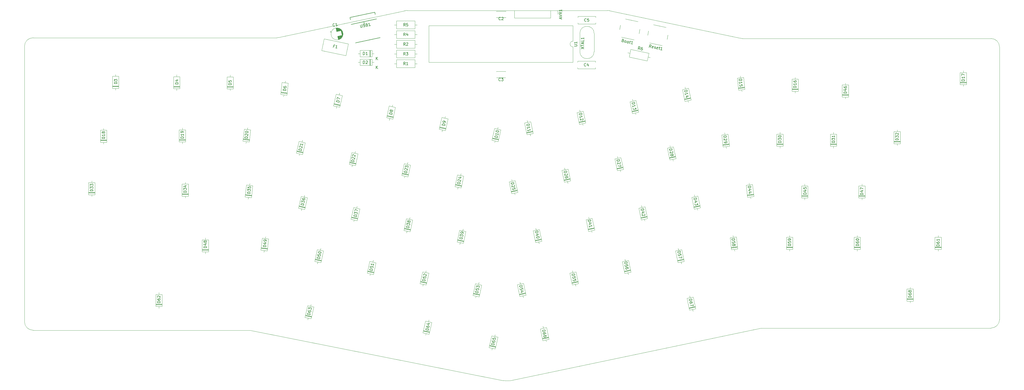
<source format=gbr>
%TF.GenerationSoftware,KiCad,Pcbnew,(5.1.7)-1*%
%TF.CreationDate,2021-01-21T21:16:41-08:00*%
%TF.ProjectId,sesame,73657361-6d65-42e6-9b69-6361645f7063,rev?*%
%TF.SameCoordinates,Original*%
%TF.FileFunction,Legend,Top*%
%TF.FilePolarity,Positive*%
%FSLAX46Y46*%
G04 Gerber Fmt 4.6, Leading zero omitted, Abs format (unit mm)*
G04 Created by KiCad (PCBNEW (5.1.7)-1) date 2021-01-21 21:16:41*
%MOMM*%
%LPD*%
G01*
G04 APERTURE LIST*
%TA.AperFunction,Profile*%
%ADD10C,0.050000*%
%TD*%
%ADD11C,0.120000*%
%ADD12C,0.150000*%
G04 APERTURE END LIST*
D10*
X43688000Y-178562000D02*
G75*
G02*
X40640000Y-175514000I0J3048000D01*
G01*
X212136488Y-196378544D02*
G75*
G02*
X209804001Y-196341999I-1062488J6640544D01*
G01*
X385064000Y-174752000D02*
G75*
G02*
X382016000Y-177800000I-3048000J0D01*
G01*
X382016000Y-75438000D02*
G75*
G02*
X385064000Y-78486000I0J-3048000D01*
G01*
X293392751Y-75346994D02*
G75*
G03*
X294132000Y-75438000I739249J2956994D01*
G01*
X247435982Y-65639400D02*
G75*
G03*
X246634000Y-65532000I-801982J-2940600D01*
G01*
X174966018Y-65639400D02*
G75*
G02*
X175768000Y-65532000I801982J-2940600D01*
G01*
X130533249Y-75092994D02*
G75*
G02*
X129794000Y-75184000I-739249J2956994D01*
G01*
X40640000Y-78232000D02*
G75*
G02*
X43688000Y-75184000I3048000J0D01*
G01*
X130533249Y-75092994D02*
X174966018Y-65639400D01*
X43688000Y-75184000D02*
X129794000Y-75184000D01*
X40640000Y-175514000D02*
X40640000Y-78232000D01*
X120396000Y-178562000D02*
X43688000Y-178562000D01*
X209804001Y-196341999D02*
X120396000Y-178562000D01*
X300736000Y-177800000D02*
X212136488Y-196378544D01*
X382016000Y-177800000D02*
X300736000Y-177800000D01*
X385064000Y-78486000D02*
X385064000Y-174752000D01*
X294132000Y-75438000D02*
X382016000Y-75438000D01*
X247435982Y-65639400D02*
X293392751Y-75346994D01*
X175768000Y-65532000D02*
X246634000Y-65532000D01*
D11*
%TO.C,C1*%
X148723503Y-72887386D02*
X148806668Y-73278645D01*
X148569456Y-73124598D02*
X148960715Y-73041433D01*
X152996709Y-73026987D02*
X153150563Y-73750817D01*
X152922861Y-72871953D02*
X153146159Y-73922484D01*
X152857331Y-72756045D02*
X153133437Y-74055025D01*
X152796582Y-72662634D02*
X153115934Y-74165069D01*
X152738536Y-72581939D02*
X153095728Y-74262397D01*
X152682569Y-72511026D02*
X153073443Y-74349943D01*
X152628266Y-72447937D02*
X153049495Y-74429664D01*
X152575210Y-72390718D02*
X153024299Y-74503517D01*
X152523193Y-72338389D02*
X152998064Y-74572478D01*
X152472009Y-72289973D02*
X152970997Y-74637527D01*
X152421656Y-72245470D02*
X152943098Y-74698664D01*
X152372134Y-72204879D02*
X152914368Y-74755888D01*
X152323236Y-72167222D02*
X152885014Y-74810177D01*
X152739645Y-74318660D02*
X152855244Y-74862510D01*
X152274754Y-72131522D02*
X152390353Y-72675372D01*
X152700519Y-74326977D02*
X152824850Y-74911909D01*
X152226896Y-72098756D02*
X152351227Y-72683689D01*
X152661393Y-74335293D02*
X152794041Y-74959351D01*
X152179454Y-72067947D02*
X152312101Y-72692005D01*
X152622267Y-74343609D02*
X152762816Y-75004837D01*
X152132427Y-72039094D02*
X152272976Y-72700322D01*
X152583141Y-74351926D02*
X152731174Y-75048367D01*
X152085817Y-72012197D02*
X152233850Y-72708638D01*
X152544015Y-74360242D02*
X152699325Y-75090919D01*
X152039414Y-71986278D02*
X152194724Y-72716954D01*
X152504890Y-74368559D02*
X152666853Y-75130536D01*
X151993635Y-71963294D02*
X152155598Y-72725271D01*
X152465764Y-74376875D02*
X152634172Y-75169175D01*
X151948063Y-71941288D02*
X152116472Y-72733587D01*
X152426638Y-74385192D02*
X152601284Y-75206836D01*
X151902700Y-71920260D02*
X152077346Y-72741904D01*
X152387512Y-74393508D02*
X152567979Y-75242540D01*
X151857753Y-71901188D02*
X152038220Y-72750220D01*
X152348386Y-74401825D02*
X152534467Y-75277267D01*
X151813013Y-71883095D02*
X151999094Y-72758537D01*
X152309260Y-74410141D02*
X152500539Y-75310037D01*
X151768690Y-71866957D02*
X151959968Y-72766853D01*
X152270134Y-74418458D02*
X152466611Y-75342807D01*
X151724366Y-71850820D02*
X151920842Y-72775170D01*
X152231008Y-74426774D02*
X152432267Y-75373621D01*
X151680458Y-71836639D02*
X151881717Y-72783486D01*
X152191882Y-74435091D02*
X152397715Y-75403457D01*
X151636758Y-71823437D02*
X151842591Y-72791803D01*
X152152756Y-74443407D02*
X152362955Y-75432314D01*
X151593266Y-71811212D02*
X151803465Y-72800119D01*
X152113630Y-74451724D02*
X152327780Y-75459216D01*
X151550190Y-71800944D02*
X151764339Y-72808436D01*
X152074505Y-74460040D02*
X152292604Y-75486117D01*
X151507114Y-71790675D02*
X151725213Y-72816752D01*
X152035379Y-74468356D02*
X152257220Y-75512040D01*
X151464245Y-71781385D02*
X151686087Y-72825069D01*
X151996253Y-74476673D02*
X152221629Y-75536985D01*
X151421585Y-71773073D02*
X151646961Y-72833385D01*
X151957127Y-74484989D02*
X152185830Y-75560952D01*
X151379132Y-71765739D02*
X151607835Y-72841701D01*
X151918001Y-74493306D02*
X152149615Y-75582962D01*
X151337096Y-71760361D02*
X151568709Y-72850018D01*
X151877897Y-74501830D02*
X152112421Y-75605181D01*
X151294081Y-71755192D02*
X151528605Y-72858542D01*
X151838771Y-74510147D02*
X152076206Y-75627191D01*
X151252044Y-71749814D02*
X151489479Y-72866859D01*
X151799645Y-74518463D02*
X152039575Y-75647246D01*
X151210423Y-71746393D02*
X151450353Y-72875175D01*
X151760519Y-74526780D02*
X152002736Y-75666322D01*
X151169010Y-71743950D02*
X151411228Y-72883492D01*
X151721393Y-74535096D02*
X151965897Y-75685398D01*
X151127597Y-71741507D02*
X151372102Y-72891808D01*
X151682267Y-74543413D02*
X151928643Y-75702518D01*
X151086600Y-71741020D02*
X151332976Y-72900125D01*
X151643141Y-74551729D02*
X151891388Y-75719637D01*
X151045603Y-71740533D02*
X151293850Y-72908441D01*
X151604016Y-74560046D02*
X151853925Y-75735779D01*
X151004814Y-71741024D02*
X151254724Y-72916758D01*
X151564890Y-74568362D02*
X151816463Y-75751921D01*
X150964025Y-71741515D02*
X151215598Y-72925074D01*
X151525764Y-74576678D02*
X151778584Y-75766106D01*
X150923651Y-71743963D02*
X151176472Y-72933391D01*
X151486638Y-74584995D02*
X151740706Y-75780291D01*
X150883278Y-71746411D02*
X151137346Y-72941707D01*
X151447512Y-74593311D02*
X151702620Y-75793499D01*
X150843113Y-71749836D02*
X151098220Y-72950023D01*
X151408386Y-74601628D02*
X151664325Y-75805728D01*
X150803155Y-71754240D02*
X151059094Y-72958340D01*
X151369260Y-74609944D02*
X151625823Y-75816978D01*
X150763405Y-71759622D02*
X151019968Y-72966656D01*
X151330134Y-74618261D02*
X151587321Y-75828229D01*
X150723656Y-71765004D02*
X150980843Y-72974973D01*
X150684114Y-71771364D02*
X150941717Y-72983289D01*
X151291008Y-74626577D02*
X151548611Y-75838502D01*
X150644780Y-71778703D02*
X150902591Y-72991606D01*
X151251882Y-74634894D02*
X151509693Y-75847797D01*
X150605654Y-71787019D02*
X150863465Y-72999922D01*
X151212757Y-74643210D02*
X151470567Y-75856113D01*
X153158111Y-73821566D02*
G75*
G03*
X153158111Y-73821566I-2120000J0D01*
G01*
%TO.C,AVR1*%
X213681000Y-65535500D02*
X213681000Y-68195500D01*
X226441000Y-65535500D02*
X213681000Y-65535500D01*
X226441000Y-68195500D02*
X213681000Y-68195500D01*
X226441000Y-65535500D02*
X226441000Y-68195500D01*
X227711000Y-65535500D02*
X229041000Y-65535500D01*
X229041000Y-65535500D02*
X229041000Y-66865500D01*
%TO.C,D60*%
X333652000Y-149948000D02*
X335892000Y-149948000D01*
X335892000Y-149948000D02*
X335892000Y-145708000D01*
X335892000Y-145708000D02*
X333652000Y-145708000D01*
X333652000Y-145708000D02*
X333652000Y-149948000D01*
X334772000Y-150598000D02*
X334772000Y-149948000D01*
X334772000Y-145058000D02*
X334772000Y-145708000D01*
X333652000Y-149228000D02*
X335892000Y-149228000D01*
X333652000Y-149108000D02*
X335892000Y-149108000D01*
X333652000Y-149348000D02*
X335892000Y-149348000D01*
%TO.C,U1*%
X234375000Y-76406500D02*
X234375000Y-70946500D01*
X234375000Y-70946500D02*
X183455000Y-70946500D01*
X183455000Y-70946500D02*
X183455000Y-83866500D01*
X183455000Y-83866500D02*
X234375000Y-83866500D01*
X234375000Y-83866500D02*
X234375000Y-78406500D01*
X234375000Y-78406500D02*
G75*
G02*
X234375000Y-76406500I0J1000000D01*
G01*
%TO.C,XTAL1*%
X241856500Y-73662000D02*
X241856500Y-80062000D01*
X236806500Y-73662000D02*
X236806500Y-80062000D01*
X236806500Y-80062000D02*
G75*
G03*
X241856500Y-80062000I2525000J0D01*
G01*
X236806500Y-73662000D02*
G75*
G02*
X241856500Y-73662000I2525000J0D01*
G01*
D12*
%TO.C,USB1*%
X165051933Y-68570908D02*
X156004067Y-70494092D01*
X166289902Y-75116558D02*
X157535481Y-76977368D01*
X155782053Y-68752186D02*
X155628931Y-68007754D01*
X164383352Y-66146945D02*
X155628931Y-68007754D01*
X164383352Y-66146945D02*
X164546256Y-66889297D01*
X160528000Y-69532500D02*
X160792048Y-70774747D01*
D11*
%TO.C,Reset1*%
X261454633Y-76961723D02*
X265856298Y-77897326D01*
X261063596Y-72789243D02*
X260751728Y-74256465D01*
X267207723Y-71539367D02*
X262806059Y-70603764D01*
X267598761Y-75711847D02*
X267910629Y-74244625D01*
%TO.C,R6*%
X254785286Y-79300258D02*
X254215608Y-81980382D01*
X254215608Y-81980382D02*
X260612693Y-83340125D01*
X260612693Y-83340125D02*
X261182371Y-80660000D01*
X261182371Y-80660000D02*
X254785286Y-79300258D01*
X253747274Y-80480228D02*
X254500447Y-80640320D01*
X261650706Y-82160155D02*
X260897532Y-82000063D01*
%TO.C,R5*%
X172053500Y-69242000D02*
X172053500Y-71982000D01*
X172053500Y-71982000D02*
X178593500Y-71982000D01*
X178593500Y-71982000D02*
X178593500Y-69242000D01*
X178593500Y-69242000D02*
X172053500Y-69242000D01*
X171283500Y-70612000D02*
X172053500Y-70612000D01*
X179363500Y-70612000D02*
X178593500Y-70612000D01*
%TO.C,R4*%
X172053500Y-72671000D02*
X172053500Y-75411000D01*
X172053500Y-75411000D02*
X178593500Y-75411000D01*
X178593500Y-75411000D02*
X178593500Y-72671000D01*
X178593500Y-72671000D02*
X172053500Y-72671000D01*
X171283500Y-74041000D02*
X172053500Y-74041000D01*
X179363500Y-74041000D02*
X178593500Y-74041000D01*
%TO.C,R3*%
X172053500Y-79529000D02*
X172053500Y-82269000D01*
X172053500Y-82269000D02*
X178593500Y-82269000D01*
X178593500Y-82269000D02*
X178593500Y-79529000D01*
X178593500Y-79529000D02*
X172053500Y-79529000D01*
X171283500Y-80899000D02*
X172053500Y-80899000D01*
X179363500Y-80899000D02*
X178593500Y-80899000D01*
%TO.C,R2*%
X172053500Y-76100000D02*
X172053500Y-78840000D01*
X172053500Y-78840000D02*
X178593500Y-78840000D01*
X178593500Y-78840000D02*
X178593500Y-76100000D01*
X178593500Y-76100000D02*
X172053500Y-76100000D01*
X171283500Y-77470000D02*
X172053500Y-77470000D01*
X179363500Y-77470000D02*
X178593500Y-77470000D01*
%TO.C,R1*%
X172053500Y-82958000D02*
X172053500Y-85698000D01*
X172053500Y-85698000D02*
X178593500Y-85698000D01*
X178593500Y-85698000D02*
X178593500Y-82958000D01*
X178593500Y-82958000D02*
X172053500Y-82958000D01*
X171283500Y-84328000D02*
X172053500Y-84328000D01*
X179363500Y-84328000D02*
X178593500Y-84328000D01*
%TO.C,F1*%
X146478763Y-75523849D02*
X155027773Y-77340997D01*
X146478763Y-75523849D02*
X145597217Y-79671195D01*
X154146227Y-81488343D02*
X155027773Y-77340997D01*
X154146227Y-81488343D02*
X145597217Y-79671195D01*
%TO.C,D68*%
X352321000Y-168236000D02*
X354561000Y-168236000D01*
X354561000Y-168236000D02*
X354561000Y-163996000D01*
X354561000Y-163996000D02*
X352321000Y-163996000D01*
X352321000Y-163996000D02*
X352321000Y-168236000D01*
X353441000Y-168886000D02*
X353441000Y-168236000D01*
X353441000Y-163346000D02*
X353441000Y-163996000D01*
X352321000Y-167516000D02*
X354561000Y-167516000D01*
X352321000Y-167396000D02*
X354561000Y-167396000D01*
X352321000Y-167636000D02*
X354561000Y-167636000D01*
%TO.C,D67*%
X275540104Y-171426792D02*
X277731155Y-170961069D01*
X277731155Y-170961069D02*
X276849609Y-166813724D01*
X276849609Y-166813724D02*
X274658558Y-167279446D01*
X274658558Y-167279446D02*
X275540104Y-171426792D01*
X276770772Y-171829726D02*
X276635629Y-171193931D01*
X275618941Y-166410789D02*
X275754084Y-167046585D01*
X275390408Y-170722525D02*
X277581458Y-170256803D01*
X275365458Y-170605148D02*
X277556509Y-170139425D01*
X275415357Y-170839903D02*
X277606408Y-170374181D01*
%TO.C,D66*%
X223724104Y-182221792D02*
X225915155Y-181756069D01*
X225915155Y-181756069D02*
X225033609Y-177608724D01*
X225033609Y-177608724D02*
X222842558Y-178074446D01*
X222842558Y-178074446D02*
X223724104Y-182221792D01*
X224954772Y-182624726D02*
X224819629Y-181988931D01*
X223802941Y-177205789D02*
X223938084Y-177841585D01*
X223574408Y-181517525D02*
X225765458Y-181051803D01*
X223549458Y-181400148D02*
X225740509Y-180934425D01*
X223599357Y-181634903D02*
X225790408Y-181169181D01*
%TO.C,D65*%
X204741845Y-184677069D02*
X206932896Y-185142792D01*
X206932896Y-185142792D02*
X207814442Y-180995446D01*
X207814442Y-180995446D02*
X205623391Y-180529724D01*
X205623391Y-180529724D02*
X204741845Y-184677069D01*
X205702228Y-185545726D02*
X205837371Y-184909931D01*
X206854059Y-180126789D02*
X206718916Y-180762585D01*
X204891542Y-183972803D02*
X207082592Y-184438525D01*
X204916491Y-183855425D02*
X207107542Y-184321148D01*
X204866592Y-184090181D02*
X207057643Y-184555903D01*
%TO.C,D64*%
X181373845Y-179470069D02*
X183564896Y-179935792D01*
X183564896Y-179935792D02*
X184446442Y-175788446D01*
X184446442Y-175788446D02*
X182255391Y-175322724D01*
X182255391Y-175322724D02*
X181373845Y-179470069D01*
X182334228Y-180338726D02*
X182469371Y-179702931D01*
X183486059Y-174919789D02*
X183350916Y-175555585D01*
X181523542Y-178765803D02*
X183714592Y-179231525D01*
X181548491Y-178648425D02*
X183739542Y-179114148D01*
X181498592Y-178883181D02*
X183689643Y-179348903D01*
%TO.C,D63*%
X139717845Y-174009069D02*
X141908896Y-174474792D01*
X141908896Y-174474792D02*
X142790442Y-170327446D01*
X142790442Y-170327446D02*
X140599391Y-169861724D01*
X140599391Y-169861724D02*
X139717845Y-174009069D01*
X140678228Y-174877726D02*
X140813371Y-174241931D01*
X141830059Y-169458789D02*
X141694916Y-170094585D01*
X139867542Y-173304803D02*
X142058592Y-173770525D01*
X139892491Y-173187425D02*
X142083542Y-173653148D01*
X139842592Y-173422181D02*
X142033643Y-173887903D01*
%TO.C,D62*%
X87018000Y-170141000D02*
X89258000Y-170141000D01*
X89258000Y-170141000D02*
X89258000Y-165901000D01*
X89258000Y-165901000D02*
X87018000Y-165901000D01*
X87018000Y-165901000D02*
X87018000Y-170141000D01*
X88138000Y-170791000D02*
X88138000Y-170141000D01*
X88138000Y-165251000D02*
X88138000Y-165901000D01*
X87018000Y-169421000D02*
X89258000Y-169421000D01*
X87018000Y-169301000D02*
X89258000Y-169301000D01*
X87018000Y-169541000D02*
X89258000Y-169541000D01*
%TO.C,D61*%
X362227000Y-149948000D02*
X364467000Y-149948000D01*
X364467000Y-149948000D02*
X364467000Y-145708000D01*
X364467000Y-145708000D02*
X362227000Y-145708000D01*
X362227000Y-145708000D02*
X362227000Y-149948000D01*
X363347000Y-150598000D02*
X363347000Y-149948000D01*
X363347000Y-145058000D02*
X363347000Y-145708000D01*
X362227000Y-149228000D02*
X364467000Y-149228000D01*
X362227000Y-149108000D02*
X364467000Y-149108000D01*
X362227000Y-149348000D02*
X364467000Y-149348000D01*
%TO.C,D59*%
X309776000Y-149948000D02*
X312016000Y-149948000D01*
X312016000Y-149948000D02*
X312016000Y-145708000D01*
X312016000Y-145708000D02*
X309776000Y-145708000D01*
X309776000Y-145708000D02*
X309776000Y-149948000D01*
X310896000Y-150598000D02*
X310896000Y-149948000D01*
X310896000Y-145058000D02*
X310896000Y-145708000D01*
X309776000Y-149228000D02*
X312016000Y-149228000D01*
X309776000Y-149108000D02*
X312016000Y-149108000D01*
X309776000Y-149348000D02*
X312016000Y-149348000D01*
%TO.C,D58*%
X290301482Y-150074330D02*
X292529211Y-149840186D01*
X292529211Y-149840186D02*
X292086011Y-145623413D01*
X292086011Y-145623413D02*
X289858282Y-145857557D01*
X289858282Y-145857557D02*
X290301482Y-150074330D01*
X291483290Y-150603697D02*
X291415347Y-149957258D01*
X290904203Y-145094046D02*
X290972146Y-145740485D01*
X290226222Y-149358274D02*
X292453951Y-149124130D01*
X290213678Y-149238931D02*
X292441408Y-149004788D01*
X290238765Y-149477617D02*
X292466494Y-149243473D01*
%TO.C,D57*%
X271476104Y-154662792D02*
X273667155Y-154197069D01*
X273667155Y-154197069D02*
X272785609Y-150049724D01*
X272785609Y-150049724D02*
X270594558Y-150515446D01*
X270594558Y-150515446D02*
X271476104Y-154662792D01*
X272706772Y-155065726D02*
X272571629Y-154429931D01*
X271554941Y-149646789D02*
X271690084Y-150282585D01*
X271326408Y-153958525D02*
X273517458Y-153492803D01*
X271301458Y-153841148D02*
X273492509Y-153375425D01*
X271351357Y-154075903D02*
X273542408Y-153610181D01*
%TO.C,D56*%
X252680104Y-158472792D02*
X254871155Y-158007069D01*
X254871155Y-158007069D02*
X253989609Y-153859724D01*
X253989609Y-153859724D02*
X251798558Y-154325446D01*
X251798558Y-154325446D02*
X252680104Y-158472792D01*
X253910772Y-158875726D02*
X253775629Y-158239931D01*
X252758941Y-153456789D02*
X252894084Y-154092585D01*
X252530408Y-157768525D02*
X254721458Y-157302803D01*
X252505458Y-157651148D02*
X254696509Y-157185425D01*
X252555357Y-157885903D02*
X254746408Y-157420181D01*
%TO.C,D55*%
X234138104Y-162536792D02*
X236329155Y-162071069D01*
X236329155Y-162071069D02*
X235447609Y-157923724D01*
X235447609Y-157923724D02*
X233256558Y-158389446D01*
X233256558Y-158389446D02*
X234138104Y-162536792D01*
X235368772Y-162939726D02*
X235233629Y-162303931D01*
X234216941Y-157520789D02*
X234352084Y-158156585D01*
X233988408Y-161832525D02*
X236179458Y-161366803D01*
X233963458Y-161715148D02*
X236154509Y-161249425D01*
X234013357Y-161949903D02*
X236204408Y-161484181D01*
%TO.C,D54*%
X215596104Y-166600792D02*
X217787155Y-166135069D01*
X217787155Y-166135069D02*
X216905609Y-161987724D01*
X216905609Y-161987724D02*
X214714558Y-162453446D01*
X214714558Y-162453446D02*
X215596104Y-166600792D01*
X216826772Y-167003726D02*
X216691629Y-166367931D01*
X215674941Y-161584789D02*
X215810084Y-162220585D01*
X215446408Y-165896525D02*
X217637458Y-165430803D01*
X215421458Y-165779148D02*
X217612509Y-165313425D01*
X215471357Y-166013903D02*
X217662408Y-165548181D01*
%TO.C,D53*%
X199026845Y-166262069D02*
X201217896Y-166727792D01*
X201217896Y-166727792D02*
X202099442Y-162580446D01*
X202099442Y-162580446D02*
X199908391Y-162114724D01*
X199908391Y-162114724D02*
X199026845Y-166262069D01*
X199987228Y-167130726D02*
X200122371Y-166494931D01*
X201139059Y-161711789D02*
X201003916Y-162347585D01*
X199176542Y-165557803D02*
X201367592Y-166023525D01*
X199201491Y-165440425D02*
X201392542Y-165906148D01*
X199151592Y-165675181D02*
X201342643Y-166140903D01*
%TO.C,D52*%
X180357845Y-162071069D02*
X182548896Y-162536792D01*
X182548896Y-162536792D02*
X183430442Y-158389446D01*
X183430442Y-158389446D02*
X181239391Y-157923724D01*
X181239391Y-157923724D02*
X180357845Y-162071069D01*
X181318228Y-162939726D02*
X181453371Y-162303931D01*
X182470059Y-157520789D02*
X182334916Y-158156585D01*
X180507542Y-161366803D02*
X182698592Y-161832525D01*
X180532491Y-161249425D02*
X182723542Y-161715148D01*
X180482592Y-161484181D02*
X182673643Y-161949903D01*
%TO.C,D51*%
X161688845Y-158388069D02*
X163879896Y-158853792D01*
X163879896Y-158853792D02*
X164761442Y-154706446D01*
X164761442Y-154706446D02*
X162570391Y-154240724D01*
X162570391Y-154240724D02*
X161688845Y-158388069D01*
X162649228Y-159256726D02*
X162784371Y-158620931D01*
X163801059Y-153837789D02*
X163665916Y-154473585D01*
X161838542Y-157683803D02*
X164029592Y-158149525D01*
X161863491Y-157566425D02*
X164054542Y-158032148D01*
X161813592Y-157801181D02*
X164004643Y-158266903D01*
%TO.C,D50*%
X143146845Y-154197069D02*
X145337896Y-154662792D01*
X145337896Y-154662792D02*
X146219442Y-150515446D01*
X146219442Y-150515446D02*
X144028391Y-150049724D01*
X144028391Y-150049724D02*
X143146845Y-154197069D01*
X144107228Y-155065726D02*
X144242371Y-154429931D01*
X145259059Y-149646789D02*
X145123916Y-150282585D01*
X143296542Y-153492803D02*
X145487592Y-153958525D01*
X143321491Y-153375425D02*
X145512542Y-153841148D01*
X143271592Y-153610181D02*
X145462643Y-154075903D01*
%TO.C,D49*%
X124157789Y-150221186D02*
X126385518Y-150455330D01*
X126385518Y-150455330D02*
X126828718Y-146238557D01*
X126828718Y-146238557D02*
X124600989Y-146004413D01*
X124600989Y-146004413D02*
X124157789Y-150221186D01*
X125203710Y-150984697D02*
X125271653Y-150338258D01*
X125782797Y-145475046D02*
X125714854Y-146121485D01*
X124233049Y-149505130D02*
X126460778Y-149739274D01*
X124245592Y-149385788D02*
X126473322Y-149619931D01*
X124220506Y-149624473D02*
X126448235Y-149858617D01*
%TO.C,D48*%
X103401000Y-150837000D02*
X105641000Y-150837000D01*
X105641000Y-150837000D02*
X105641000Y-146597000D01*
X105641000Y-146597000D02*
X103401000Y-146597000D01*
X103401000Y-146597000D02*
X103401000Y-150837000D01*
X104521000Y-151487000D02*
X104521000Y-150837000D01*
X104521000Y-145947000D02*
X104521000Y-146597000D01*
X103401000Y-150117000D02*
X105641000Y-150117000D01*
X103401000Y-149997000D02*
X105641000Y-149997000D01*
X103401000Y-150237000D02*
X105641000Y-150237000D01*
%TO.C,D47*%
X335303000Y-131787000D02*
X337543000Y-131787000D01*
X337543000Y-131787000D02*
X337543000Y-127547000D01*
X337543000Y-127547000D02*
X335303000Y-127547000D01*
X335303000Y-127547000D02*
X335303000Y-131787000D01*
X336423000Y-132437000D02*
X336423000Y-131787000D01*
X336423000Y-126897000D02*
X336423000Y-127547000D01*
X335303000Y-131067000D02*
X337543000Y-131067000D01*
X335303000Y-130947000D02*
X337543000Y-130947000D01*
X335303000Y-131187000D02*
X337543000Y-131187000D01*
%TO.C,D45*%
X315110000Y-131787000D02*
X317350000Y-131787000D01*
X317350000Y-131787000D02*
X317350000Y-127547000D01*
X317350000Y-127547000D02*
X315110000Y-127547000D01*
X315110000Y-127547000D02*
X315110000Y-131787000D01*
X316230000Y-132437000D02*
X316230000Y-131787000D01*
X316230000Y-126897000D02*
X316230000Y-127547000D01*
X315110000Y-131067000D02*
X317350000Y-131067000D01*
X315110000Y-130947000D02*
X317350000Y-130947000D01*
X315110000Y-131187000D02*
X317350000Y-131187000D01*
%TO.C,D44*%
X296016482Y-131532330D02*
X298244211Y-131298186D01*
X298244211Y-131298186D02*
X297801011Y-127081413D01*
X297801011Y-127081413D02*
X295573282Y-127315557D01*
X295573282Y-127315557D02*
X296016482Y-131532330D01*
X297198290Y-132061697D02*
X297130347Y-131415258D01*
X296619203Y-126552046D02*
X296687146Y-127198485D01*
X295941222Y-130816274D02*
X298168951Y-130582130D01*
X295928678Y-130696931D02*
X298156408Y-130462788D01*
X295953765Y-130935617D02*
X298181494Y-130701473D01*
%TO.C,D43*%
X277191104Y-135739792D02*
X279382155Y-135274069D01*
X279382155Y-135274069D02*
X278500609Y-131126724D01*
X278500609Y-131126724D02*
X276309558Y-131592446D01*
X276309558Y-131592446D02*
X277191104Y-135739792D01*
X278421772Y-136142726D02*
X278286629Y-135506931D01*
X277269941Y-130723789D02*
X277405084Y-131359585D01*
X277041408Y-135035525D02*
X279232458Y-134569803D01*
X277016458Y-134918148D02*
X279207509Y-134452425D01*
X277066357Y-135152903D02*
X279257408Y-134687181D01*
%TO.C,D42*%
X258522104Y-139549792D02*
X260713155Y-139084069D01*
X260713155Y-139084069D02*
X259831609Y-134936724D01*
X259831609Y-134936724D02*
X257640558Y-135402446D01*
X257640558Y-135402446D02*
X258522104Y-139549792D01*
X259752772Y-139952726D02*
X259617629Y-139316931D01*
X258600941Y-134533789D02*
X258736084Y-135169585D01*
X258372408Y-138845525D02*
X260563458Y-138379803D01*
X258347458Y-138728148D02*
X260538509Y-138262425D01*
X258397357Y-138962903D02*
X260588408Y-138497181D01*
%TO.C,D41*%
X239853104Y-143613792D02*
X242044155Y-143148069D01*
X242044155Y-143148069D02*
X241162609Y-139000724D01*
X241162609Y-139000724D02*
X238971558Y-139466446D01*
X238971558Y-139466446D02*
X239853104Y-143613792D01*
X241083772Y-144016726D02*
X240948629Y-143380931D01*
X239931941Y-138597789D02*
X240067084Y-139233585D01*
X239703408Y-142909525D02*
X241894458Y-142443803D01*
X239678458Y-142792148D02*
X241869509Y-142326425D01*
X239728357Y-143026903D02*
X241919408Y-142561181D01*
%TO.C,D40*%
X221184104Y-147550792D02*
X223375155Y-147085069D01*
X223375155Y-147085069D02*
X222493609Y-142937724D01*
X222493609Y-142937724D02*
X220302558Y-143403446D01*
X220302558Y-143403446D02*
X221184104Y-147550792D01*
X222414772Y-147953726D02*
X222279629Y-147317931D01*
X221262941Y-142534789D02*
X221398084Y-143170585D01*
X221034408Y-146846525D02*
X223225458Y-146380803D01*
X221009458Y-146729148D02*
X223200509Y-146263425D01*
X221059357Y-146963903D02*
X223250408Y-146498181D01*
%TO.C,D39*%
X193438845Y-147339069D02*
X195629896Y-147804792D01*
X195629896Y-147804792D02*
X196511442Y-143657446D01*
X196511442Y-143657446D02*
X194320391Y-143191724D01*
X194320391Y-143191724D02*
X193438845Y-147339069D01*
X194399228Y-148207726D02*
X194534371Y-147571931D01*
X195551059Y-142788789D02*
X195415916Y-143424585D01*
X193588542Y-146634803D02*
X195779592Y-147100525D01*
X193613491Y-146517425D02*
X195804542Y-146983148D01*
X193563592Y-146752181D02*
X195754643Y-147217903D01*
%TO.C,D38*%
X174642845Y-143275069D02*
X176833896Y-143740792D01*
X176833896Y-143740792D02*
X177715442Y-139593446D01*
X177715442Y-139593446D02*
X175524391Y-139127724D01*
X175524391Y-139127724D02*
X174642845Y-143275069D01*
X175603228Y-144143726D02*
X175738371Y-143507931D01*
X176755059Y-138724789D02*
X176619916Y-139360585D01*
X174792542Y-142570803D02*
X176983592Y-143036525D01*
X174817491Y-142453425D02*
X177008542Y-142919148D01*
X174767592Y-142688181D02*
X176958643Y-143153903D01*
%TO.C,D37*%
X155973845Y-139338069D02*
X158164896Y-139803792D01*
X158164896Y-139803792D02*
X159046442Y-135656446D01*
X159046442Y-135656446D02*
X156855391Y-135190724D01*
X156855391Y-135190724D02*
X155973845Y-139338069D01*
X156934228Y-140206726D02*
X157069371Y-139570931D01*
X158086059Y-134787789D02*
X157950916Y-135423585D01*
X156123542Y-138633803D02*
X158314592Y-139099525D01*
X156148491Y-138516425D02*
X158339542Y-138982148D01*
X156098592Y-138751181D02*
X158289643Y-139216903D01*
%TO.C,D36*%
X137431845Y-135401069D02*
X139622896Y-135866792D01*
X139622896Y-135866792D02*
X140504442Y-131719446D01*
X140504442Y-131719446D02*
X138313391Y-131253724D01*
X138313391Y-131253724D02*
X137431845Y-135401069D01*
X138392228Y-136269726D02*
X138527371Y-135633931D01*
X139544059Y-130850789D02*
X139408916Y-131486585D01*
X137581542Y-134696803D02*
X139772592Y-135162525D01*
X137606491Y-134579425D02*
X139797542Y-135045148D01*
X137556592Y-134814181D02*
X139747643Y-135279903D01*
%TO.C,D35*%
X118569789Y-131425186D02*
X120797518Y-131659330D01*
X120797518Y-131659330D02*
X121240718Y-127442557D01*
X121240718Y-127442557D02*
X119012989Y-127208413D01*
X119012989Y-127208413D02*
X118569789Y-131425186D01*
X119615710Y-132188697D02*
X119683653Y-131542258D01*
X120194797Y-126679046D02*
X120126854Y-127325485D01*
X118645049Y-130709130D02*
X120872778Y-130943274D01*
X118657592Y-130589788D02*
X120885322Y-130823931D01*
X118632506Y-130828473D02*
X120860235Y-131062617D01*
%TO.C,D34*%
X96289000Y-131152000D02*
X98529000Y-131152000D01*
X98529000Y-131152000D02*
X98529000Y-126912000D01*
X98529000Y-126912000D02*
X96289000Y-126912000D01*
X96289000Y-126912000D02*
X96289000Y-131152000D01*
X97409000Y-131802000D02*
X97409000Y-131152000D01*
X97409000Y-126262000D02*
X97409000Y-126912000D01*
X96289000Y-130432000D02*
X98529000Y-130432000D01*
X96289000Y-130312000D02*
X98529000Y-130312000D01*
X96289000Y-130552000D02*
X98529000Y-130552000D01*
%TO.C,D33*%
X63269000Y-130644000D02*
X65509000Y-130644000D01*
X65509000Y-130644000D02*
X65509000Y-126404000D01*
X65509000Y-126404000D02*
X63269000Y-126404000D01*
X63269000Y-126404000D02*
X63269000Y-130644000D01*
X64389000Y-131294000D02*
X64389000Y-130644000D01*
X64389000Y-125754000D02*
X64389000Y-126404000D01*
X63269000Y-129924000D02*
X65509000Y-129924000D01*
X63269000Y-129804000D02*
X65509000Y-129804000D01*
X63269000Y-130044000D02*
X65509000Y-130044000D01*
%TO.C,D32*%
X347749000Y-112610000D02*
X349989000Y-112610000D01*
X349989000Y-112610000D02*
X349989000Y-108370000D01*
X349989000Y-108370000D02*
X347749000Y-108370000D01*
X347749000Y-108370000D02*
X347749000Y-112610000D01*
X348869000Y-113260000D02*
X348869000Y-112610000D01*
X348869000Y-107720000D02*
X348869000Y-108370000D01*
X347749000Y-111890000D02*
X349989000Y-111890000D01*
X347749000Y-111770000D02*
X349989000Y-111770000D01*
X347749000Y-112010000D02*
X349989000Y-112010000D01*
%TO.C,D31*%
X325270000Y-113499000D02*
X327510000Y-113499000D01*
X327510000Y-113499000D02*
X327510000Y-109259000D01*
X327510000Y-109259000D02*
X325270000Y-109259000D01*
X325270000Y-109259000D02*
X325270000Y-113499000D01*
X326390000Y-114149000D02*
X326390000Y-113499000D01*
X326390000Y-108609000D02*
X326390000Y-109259000D01*
X325270000Y-112779000D02*
X327510000Y-112779000D01*
X325270000Y-112659000D02*
X327510000Y-112659000D01*
X325270000Y-112899000D02*
X327510000Y-112899000D01*
%TO.C,D30*%
X306347000Y-113499000D02*
X308587000Y-113499000D01*
X308587000Y-113499000D02*
X308587000Y-109259000D01*
X308587000Y-109259000D02*
X306347000Y-109259000D01*
X306347000Y-109259000D02*
X306347000Y-113499000D01*
X307467000Y-114149000D02*
X307467000Y-113499000D01*
X307467000Y-108609000D02*
X307467000Y-109259000D01*
X306347000Y-112779000D02*
X308587000Y-112779000D01*
X306347000Y-112659000D02*
X308587000Y-112659000D01*
X306347000Y-112899000D02*
X308587000Y-112899000D01*
%TO.C,D29*%
X287380482Y-113752330D02*
X289608211Y-113518186D01*
X289608211Y-113518186D02*
X289165011Y-109301413D01*
X289165011Y-109301413D02*
X286937282Y-109535557D01*
X286937282Y-109535557D02*
X287380482Y-113752330D01*
X288562290Y-114281697D02*
X288494347Y-113635258D01*
X287983203Y-108772046D02*
X288051146Y-109418485D01*
X287305222Y-113036274D02*
X289532951Y-112802130D01*
X287292678Y-112916931D02*
X289520408Y-112682788D01*
X287317765Y-113155617D02*
X289545494Y-112921473D01*
%TO.C,D28*%
X268555104Y-118340792D02*
X270746155Y-117875069D01*
X270746155Y-117875069D02*
X269864609Y-113727724D01*
X269864609Y-113727724D02*
X267673558Y-114193446D01*
X267673558Y-114193446D02*
X268555104Y-118340792D01*
X269785772Y-118743726D02*
X269650629Y-118107931D01*
X268633941Y-113324789D02*
X268769084Y-113960585D01*
X268405408Y-117636525D02*
X270596458Y-117170803D01*
X268380458Y-117519148D02*
X270571509Y-117053425D01*
X268430357Y-117753903D02*
X270621408Y-117288181D01*
%TO.C,D27*%
X250013104Y-122150792D02*
X252204155Y-121685069D01*
X252204155Y-121685069D02*
X251322609Y-117537724D01*
X251322609Y-117537724D02*
X249131558Y-118003446D01*
X249131558Y-118003446D02*
X250013104Y-122150792D01*
X251243772Y-122553726D02*
X251108629Y-121917931D01*
X250091941Y-117134789D02*
X250227084Y-117770585D01*
X249863408Y-121446525D02*
X252054458Y-120980803D01*
X249838458Y-121329148D02*
X252029509Y-120863425D01*
X249888357Y-121563903D02*
X252079408Y-121098181D01*
%TO.C,D26*%
X231344104Y-126214792D02*
X233535155Y-125749069D01*
X233535155Y-125749069D02*
X232653609Y-121601724D01*
X232653609Y-121601724D02*
X230462558Y-122067446D01*
X230462558Y-122067446D02*
X231344104Y-126214792D01*
X232574772Y-126617726D02*
X232439629Y-125981931D01*
X231422941Y-121198789D02*
X231558084Y-121834585D01*
X231194408Y-125510525D02*
X233385458Y-125044803D01*
X231169458Y-125393148D02*
X233360509Y-124927425D01*
X231219357Y-125627903D02*
X233410408Y-125162181D01*
%TO.C,D25*%
X212675104Y-130278792D02*
X214866155Y-129813069D01*
X214866155Y-129813069D02*
X213984609Y-125665724D01*
X213984609Y-125665724D02*
X211793558Y-126131446D01*
X211793558Y-126131446D02*
X212675104Y-130278792D01*
X213905772Y-130681726D02*
X213770629Y-130045931D01*
X212753941Y-125262789D02*
X212889084Y-125898585D01*
X212525408Y-129574525D02*
X214716458Y-129108803D01*
X212500458Y-129457148D02*
X214691509Y-128991425D01*
X212550357Y-129691903D02*
X214741408Y-129226181D01*
%TO.C,D24*%
X192676845Y-127781069D02*
X194867896Y-128246792D01*
X194867896Y-128246792D02*
X195749442Y-124099446D01*
X195749442Y-124099446D02*
X193558391Y-123633724D01*
X193558391Y-123633724D02*
X192676845Y-127781069D01*
X193637228Y-128649726D02*
X193772371Y-128013931D01*
X194789059Y-123230789D02*
X194653916Y-123866585D01*
X192826542Y-127076803D02*
X195017592Y-127542525D01*
X192851491Y-126959425D02*
X195042542Y-127425148D01*
X192801592Y-127194181D02*
X194992643Y-127659903D01*
%TO.C,D23*%
X173880845Y-123844069D02*
X176071896Y-124309792D01*
X176071896Y-124309792D02*
X176953442Y-120162446D01*
X176953442Y-120162446D02*
X174762391Y-119696724D01*
X174762391Y-119696724D02*
X173880845Y-123844069D01*
X174841228Y-124712726D02*
X174976371Y-124076931D01*
X175993059Y-119293789D02*
X175857916Y-119929585D01*
X174030542Y-123139803D02*
X176221592Y-123605525D01*
X174055491Y-123022425D02*
X176246542Y-123488148D01*
X174005592Y-123257181D02*
X176196643Y-123722903D01*
%TO.C,D22*%
X155338845Y-119907069D02*
X157529896Y-120372792D01*
X157529896Y-120372792D02*
X158411442Y-116225446D01*
X158411442Y-116225446D02*
X156220391Y-115759724D01*
X156220391Y-115759724D02*
X155338845Y-119907069D01*
X156299228Y-120775726D02*
X156434371Y-120139931D01*
X157451059Y-115356789D02*
X157315916Y-115992585D01*
X155488542Y-119202803D02*
X157679592Y-119668525D01*
X155513491Y-119085425D02*
X157704542Y-119551148D01*
X155463592Y-119320181D02*
X157654643Y-119785903D01*
%TO.C,D21*%
X136669845Y-115970069D02*
X138860896Y-116435792D01*
X138860896Y-116435792D02*
X139742442Y-112288446D01*
X139742442Y-112288446D02*
X137551391Y-111822724D01*
X137551391Y-111822724D02*
X136669845Y-115970069D01*
X137630228Y-116838726D02*
X137765371Y-116202931D01*
X138782059Y-111419789D02*
X138646916Y-112055585D01*
X136819542Y-115265803D02*
X139010592Y-115731525D01*
X136844491Y-115148425D02*
X139035542Y-115614148D01*
X136794592Y-115383181D02*
X138985643Y-115848903D01*
%TO.C,D20*%
X117807789Y-111740186D02*
X120035518Y-111974330D01*
X120035518Y-111974330D02*
X120478718Y-107757557D01*
X120478718Y-107757557D02*
X118250989Y-107523413D01*
X118250989Y-107523413D02*
X117807789Y-111740186D01*
X118853710Y-112503697D02*
X118921653Y-111857258D01*
X119432797Y-106994046D02*
X119364854Y-107640485D01*
X117883049Y-111024130D02*
X120110778Y-111258274D01*
X117895592Y-110904788D02*
X120123322Y-111138931D01*
X117870506Y-111143473D02*
X120098235Y-111377617D01*
%TO.C,D19*%
X95273000Y-111975000D02*
X97513000Y-111975000D01*
X97513000Y-111975000D02*
X97513000Y-107735000D01*
X97513000Y-107735000D02*
X95273000Y-107735000D01*
X95273000Y-107735000D02*
X95273000Y-111975000D01*
X96393000Y-112625000D02*
X96393000Y-111975000D01*
X96393000Y-107085000D02*
X96393000Y-107735000D01*
X95273000Y-111255000D02*
X97513000Y-111255000D01*
X95273000Y-111135000D02*
X97513000Y-111135000D01*
X95273000Y-111375000D02*
X97513000Y-111375000D01*
%TO.C,D18*%
X67460000Y-112102000D02*
X69700000Y-112102000D01*
X69700000Y-112102000D02*
X69700000Y-107862000D01*
X69700000Y-107862000D02*
X67460000Y-107862000D01*
X67460000Y-107862000D02*
X67460000Y-112102000D01*
X68580000Y-112752000D02*
X68580000Y-112102000D01*
X68580000Y-107212000D02*
X68580000Y-107862000D01*
X67460000Y-111382000D02*
X69700000Y-111382000D01*
X67460000Y-111262000D02*
X69700000Y-111262000D01*
X67460000Y-111502000D02*
X69700000Y-111502000D01*
%TO.C,D17*%
X371117000Y-91718500D02*
X373357000Y-91718500D01*
X373357000Y-91718500D02*
X373357000Y-87478500D01*
X373357000Y-87478500D02*
X371117000Y-87478500D01*
X371117000Y-87478500D02*
X371117000Y-91718500D01*
X372237000Y-92368500D02*
X372237000Y-91718500D01*
X372237000Y-86828500D02*
X372237000Y-87478500D01*
X371117000Y-90998500D02*
X373357000Y-90998500D01*
X371117000Y-90878500D02*
X373357000Y-90878500D01*
X371117000Y-91118500D02*
X373357000Y-91118500D01*
%TO.C,D46*%
X329461000Y-96100000D02*
X331701000Y-96100000D01*
X331701000Y-96100000D02*
X331701000Y-91860000D01*
X331701000Y-91860000D02*
X329461000Y-91860000D01*
X329461000Y-91860000D02*
X329461000Y-96100000D01*
X330581000Y-96750000D02*
X330581000Y-96100000D01*
X330581000Y-91210000D02*
X330581000Y-91860000D01*
X329461000Y-95380000D02*
X331701000Y-95380000D01*
X329461000Y-95260000D02*
X331701000Y-95260000D01*
X329461000Y-95500000D02*
X331701000Y-95500000D01*
%TO.C,D16*%
X311744500Y-94068000D02*
X313984500Y-94068000D01*
X313984500Y-94068000D02*
X313984500Y-89828000D01*
X313984500Y-89828000D02*
X311744500Y-89828000D01*
X311744500Y-89828000D02*
X311744500Y-94068000D01*
X312864500Y-94718000D02*
X312864500Y-94068000D01*
X312864500Y-89178000D02*
X312864500Y-89828000D01*
X311744500Y-93348000D02*
X313984500Y-93348000D01*
X311744500Y-93228000D02*
X313984500Y-93228000D01*
X311744500Y-93468000D02*
X313984500Y-93468000D01*
%TO.C,D15*%
X292841482Y-93686330D02*
X295069211Y-93452186D01*
X295069211Y-93452186D02*
X294626011Y-89235413D01*
X294626011Y-89235413D02*
X292398282Y-89469557D01*
X292398282Y-89469557D02*
X292841482Y-93686330D01*
X294023290Y-94215697D02*
X293955347Y-93569258D01*
X293444203Y-88706046D02*
X293512146Y-89352485D01*
X292766222Y-92970274D02*
X294993951Y-92736130D01*
X292753678Y-92850931D02*
X294981408Y-92616788D01*
X292778765Y-93089617D02*
X295006494Y-92855473D01*
%TO.C,D14*%
X273889104Y-97639792D02*
X276080155Y-97174069D01*
X276080155Y-97174069D02*
X275198609Y-93026724D01*
X275198609Y-93026724D02*
X273007558Y-93492446D01*
X273007558Y-93492446D02*
X273889104Y-97639792D01*
X275119772Y-98042726D02*
X274984629Y-97406931D01*
X273967941Y-92623789D02*
X274103084Y-93259585D01*
X273739408Y-96935525D02*
X275930458Y-96469803D01*
X273714458Y-96818148D02*
X275905509Y-96352425D01*
X273764357Y-97052903D02*
X275955408Y-96587181D01*
%TO.C,D13*%
X255347104Y-101957792D02*
X257538155Y-101492069D01*
X257538155Y-101492069D02*
X256656609Y-97344724D01*
X256656609Y-97344724D02*
X254465558Y-97810446D01*
X254465558Y-97810446D02*
X255347104Y-101957792D01*
X256577772Y-102360726D02*
X256442629Y-101724931D01*
X255425941Y-96941789D02*
X255561084Y-97577585D01*
X255197408Y-101253525D02*
X257388458Y-100787803D01*
X255172458Y-101136148D02*
X257363509Y-100670425D01*
X255222357Y-101370903D02*
X257413408Y-100905181D01*
%TO.C,D12*%
X236678104Y-105767792D02*
X238869155Y-105302069D01*
X238869155Y-105302069D02*
X237987609Y-101154724D01*
X237987609Y-101154724D02*
X235796558Y-101620446D01*
X235796558Y-101620446D02*
X236678104Y-105767792D01*
X237908772Y-106170726D02*
X237773629Y-105534931D01*
X236756941Y-100751789D02*
X236892084Y-101387585D01*
X236528408Y-105063525D02*
X238719458Y-104597803D01*
X236503458Y-104946148D02*
X238694509Y-104480425D01*
X236553357Y-105180903D02*
X238744408Y-104715181D01*
%TO.C,D11*%
X218136104Y-109450792D02*
X220327155Y-108985069D01*
X220327155Y-108985069D02*
X219445609Y-104837724D01*
X219445609Y-104837724D02*
X217254558Y-105303446D01*
X217254558Y-105303446D02*
X218136104Y-109450792D01*
X219366772Y-109853726D02*
X219231629Y-109217931D01*
X218214941Y-104434789D02*
X218350084Y-105070585D01*
X217986408Y-108746525D02*
X220177458Y-108280803D01*
X217961458Y-108629148D02*
X220152509Y-108163425D01*
X218011357Y-108863903D02*
X220202408Y-108398181D01*
%TO.C,D10*%
X205757845Y-111398069D02*
X207948896Y-111863792D01*
X207948896Y-111863792D02*
X208830442Y-107716446D01*
X208830442Y-107716446D02*
X206639391Y-107250724D01*
X206639391Y-107250724D02*
X205757845Y-111398069D01*
X206718228Y-112266726D02*
X206853371Y-111630931D01*
X207870059Y-106847789D02*
X207734916Y-107483585D01*
X205907542Y-110693803D02*
X208098592Y-111159525D01*
X205932491Y-110576425D02*
X208123542Y-111042148D01*
X205882592Y-110811181D02*
X208073643Y-111276903D01*
%TO.C,D9*%
X187152345Y-107524569D02*
X189343396Y-107990292D01*
X189343396Y-107990292D02*
X190224942Y-103842946D01*
X190224942Y-103842946D02*
X188033891Y-103377224D01*
X188033891Y-103377224D02*
X187152345Y-107524569D01*
X188112728Y-108393226D02*
X188247871Y-107757431D01*
X189264559Y-102974289D02*
X189129416Y-103610085D01*
X187302042Y-106820303D02*
X189493092Y-107286025D01*
X187326991Y-106702925D02*
X189518042Y-107168648D01*
X187277092Y-106937681D02*
X189468143Y-107403403D01*
%TO.C,D8*%
X168546845Y-103460569D02*
X170737896Y-103926292D01*
X170737896Y-103926292D02*
X171619442Y-99778946D01*
X171619442Y-99778946D02*
X169428391Y-99313224D01*
X169428391Y-99313224D02*
X168546845Y-103460569D01*
X169507228Y-104329226D02*
X169642371Y-103693431D01*
X170659059Y-98910289D02*
X170523916Y-99546085D01*
X168696542Y-102756303D02*
X170887592Y-103222025D01*
X168721491Y-102638925D02*
X170912542Y-103104648D01*
X168671592Y-102873681D02*
X170862643Y-103339403D01*
%TO.C,D7*%
X149814345Y-99269569D02*
X152005396Y-99735292D01*
X152005396Y-99735292D02*
X152886942Y-95587946D01*
X152886942Y-95587946D02*
X150695891Y-95122224D01*
X150695891Y-95122224D02*
X149814345Y-99269569D01*
X150774728Y-100138226D02*
X150909871Y-99502431D01*
X151926559Y-94719289D02*
X151791416Y-95355085D01*
X149964042Y-98565303D02*
X152155092Y-99031025D01*
X149988991Y-98447925D02*
X152180042Y-98913648D01*
X149939092Y-98682681D02*
X152130143Y-99148403D01*
%TO.C,D6*%
X131142789Y-95230186D02*
X133370518Y-95464330D01*
X133370518Y-95464330D02*
X133813718Y-91247557D01*
X133813718Y-91247557D02*
X131585989Y-91013413D01*
X131585989Y-91013413D02*
X131142789Y-95230186D01*
X132188710Y-95993697D02*
X132256653Y-95347258D01*
X132767797Y-90484046D02*
X132699854Y-91130485D01*
X131218049Y-94514130D02*
X133445778Y-94748274D01*
X131230592Y-94394788D02*
X133458322Y-94628931D01*
X131205506Y-94633473D02*
X133433235Y-94867617D01*
%TO.C,D5*%
X112164000Y-93242500D02*
X114404000Y-93242500D01*
X114404000Y-93242500D02*
X114404000Y-89002500D01*
X114404000Y-89002500D02*
X112164000Y-89002500D01*
X112164000Y-89002500D02*
X112164000Y-93242500D01*
X113284000Y-93892500D02*
X113284000Y-93242500D01*
X113284000Y-88352500D02*
X113284000Y-89002500D01*
X112164000Y-92522500D02*
X114404000Y-92522500D01*
X112164000Y-92402500D02*
X114404000Y-92402500D01*
X112164000Y-92642500D02*
X114404000Y-92642500D01*
%TO.C,D4*%
X93304500Y-93179000D02*
X95544500Y-93179000D01*
X95544500Y-93179000D02*
X95544500Y-88939000D01*
X95544500Y-88939000D02*
X93304500Y-88939000D01*
X93304500Y-88939000D02*
X93304500Y-93179000D01*
X94424500Y-93829000D02*
X94424500Y-93179000D01*
X94424500Y-88289000D02*
X94424500Y-88939000D01*
X93304500Y-92459000D02*
X95544500Y-92459000D01*
X93304500Y-92339000D02*
X95544500Y-92339000D01*
X93304500Y-92579000D02*
X95544500Y-92579000D01*
%TO.C,D3*%
X71714500Y-93052000D02*
X73954500Y-93052000D01*
X73954500Y-93052000D02*
X73954500Y-88812000D01*
X73954500Y-88812000D02*
X71714500Y-88812000D01*
X71714500Y-88812000D02*
X71714500Y-93052000D01*
X72834500Y-93702000D02*
X72834500Y-93052000D01*
X72834500Y-88162000D02*
X72834500Y-88812000D01*
X71714500Y-92332000D02*
X73954500Y-92332000D01*
X71714500Y-92212000D02*
X73954500Y-92212000D01*
X71714500Y-92452000D02*
X73954500Y-92452000D01*
%TO.C,D2*%
X163410000Y-85003500D02*
X163410000Y-82763500D01*
X163410000Y-82763500D02*
X159170000Y-82763500D01*
X159170000Y-82763500D02*
X159170000Y-85003500D01*
X159170000Y-85003500D02*
X163410000Y-85003500D01*
X164060000Y-83883500D02*
X163410000Y-83883500D01*
X158520000Y-83883500D02*
X159170000Y-83883500D01*
X162690000Y-85003500D02*
X162690000Y-82763500D01*
X162570000Y-85003500D02*
X162570000Y-82763500D01*
X162810000Y-85003500D02*
X162810000Y-82763500D01*
%TO.C,D1*%
X163410000Y-81892000D02*
X163410000Y-79652000D01*
X163410000Y-79652000D02*
X159170000Y-79652000D01*
X159170000Y-79652000D02*
X159170000Y-81892000D01*
X159170000Y-81892000D02*
X163410000Y-81892000D01*
X164060000Y-80772000D02*
X163410000Y-80772000D01*
X158520000Y-80772000D02*
X159170000Y-80772000D01*
X162690000Y-81892000D02*
X162690000Y-79652000D01*
X162570000Y-81892000D02*
X162570000Y-79652000D01*
X162810000Y-81892000D02*
X162810000Y-79652000D01*
%TO.C,C5*%
X242364500Y-70331000D02*
X236124500Y-70331000D01*
X242364500Y-67591000D02*
X236124500Y-67591000D01*
X242364500Y-70331000D02*
X242364500Y-69886000D01*
X242364500Y-68036000D02*
X242364500Y-67591000D01*
X236124500Y-70331000D02*
X236124500Y-69886000D01*
X236124500Y-68036000D02*
X236124500Y-67591000D01*
%TO.C,C4*%
X242301000Y-86142500D02*
X236061000Y-86142500D01*
X242301000Y-83402500D02*
X236061000Y-83402500D01*
X242301000Y-86142500D02*
X242301000Y-85697500D01*
X242301000Y-83847500D02*
X242301000Y-83402500D01*
X236061000Y-86142500D02*
X236061000Y-85697500D01*
X236061000Y-83847500D02*
X236061000Y-83402500D01*
%TO.C,C3*%
X207338500Y-87081500D02*
X210578500Y-87081500D01*
X207338500Y-89321500D02*
X210578500Y-89321500D01*
X207338500Y-87081500D02*
X207338500Y-87146500D01*
X207338500Y-89256500D02*
X207338500Y-89321500D01*
X210578500Y-87081500D02*
X210578500Y-87146500D01*
X210578500Y-89256500D02*
X210578500Y-89321500D01*
%TO.C,C2*%
X210618500Y-68049000D02*
X207378500Y-68049000D01*
X210618500Y-65809000D02*
X207378500Y-65809000D01*
X210618500Y-68049000D02*
X210618500Y-67984000D01*
X210618500Y-65874000D02*
X210618500Y-65809000D01*
X207378500Y-68049000D02*
X207378500Y-67984000D01*
X207378500Y-65874000D02*
X207378500Y-65809000D01*
%TO.C,Boot1*%
X251548633Y-74929723D02*
X255950298Y-75865326D01*
X251157596Y-70757243D02*
X250845728Y-72224465D01*
X257301723Y-69507367D02*
X252900059Y-68571764D01*
X257692761Y-73679847D02*
X258004629Y-72212625D01*
%TD*%
%TO.C,C1*%
D12*
X150273627Y-71026577D02*
X150236949Y-71083056D01*
X150107114Y-71159336D01*
X150013957Y-71179137D01*
X149864322Y-71162260D01*
X149751363Y-71088905D01*
X149684984Y-71005648D01*
X149598803Y-70829235D01*
X149569102Y-70689500D01*
X149576078Y-70493285D01*
X149602855Y-70390228D01*
X149676211Y-70277270D01*
X149806046Y-70200990D01*
X149899203Y-70181188D01*
X150048839Y-70198065D01*
X150105318Y-70234743D01*
X151224997Y-70921723D02*
X150666056Y-71040529D01*
X150945527Y-70981126D02*
X150737615Y-70002978D01*
X150674160Y-70162515D01*
X150600804Y-70275473D01*
X150517547Y-70341852D01*
%TO.C,AVR1*%
X230207666Y-68508357D02*
X230207666Y-68032166D01*
X230493380Y-68603595D02*
X229493380Y-68270261D01*
X230493380Y-67936928D01*
X229493380Y-67746452D02*
X230493380Y-67413119D01*
X229493380Y-67079785D01*
X230493380Y-66175023D02*
X230017190Y-66508357D01*
X230493380Y-66746452D02*
X229493380Y-66746452D01*
X229493380Y-66365500D01*
X229541000Y-66270261D01*
X229588619Y-66222642D01*
X229683857Y-66175023D01*
X229826714Y-66175023D01*
X229921952Y-66222642D01*
X229969571Y-66270261D01*
X230017190Y-66365500D01*
X230017190Y-66746452D01*
X230493380Y-65222642D02*
X230493380Y-65794071D01*
X230493380Y-65508357D02*
X229493380Y-65508357D01*
X229636238Y-65603595D01*
X229731476Y-65698833D01*
X229779095Y-65794071D01*
%TO.C,D60*%
X335351380Y-148661285D02*
X334351380Y-148661285D01*
X334351380Y-148423190D01*
X334399000Y-148280333D01*
X334494238Y-148185095D01*
X334589476Y-148137476D01*
X334779952Y-148089857D01*
X334922809Y-148089857D01*
X335113285Y-148137476D01*
X335208523Y-148185095D01*
X335303761Y-148280333D01*
X335351380Y-148423190D01*
X335351380Y-148661285D01*
X334351380Y-147232714D02*
X334351380Y-147423190D01*
X334399000Y-147518428D01*
X334446619Y-147566047D01*
X334589476Y-147661285D01*
X334779952Y-147708904D01*
X335160904Y-147708904D01*
X335256142Y-147661285D01*
X335303761Y-147613666D01*
X335351380Y-147518428D01*
X335351380Y-147327952D01*
X335303761Y-147232714D01*
X335256142Y-147185095D01*
X335160904Y-147137476D01*
X334922809Y-147137476D01*
X334827571Y-147185095D01*
X334779952Y-147232714D01*
X334732333Y-147327952D01*
X334732333Y-147518428D01*
X334779952Y-147613666D01*
X334827571Y-147661285D01*
X334922809Y-147708904D01*
X334351380Y-146518428D02*
X334351380Y-146423190D01*
X334399000Y-146327952D01*
X334446619Y-146280333D01*
X334541857Y-146232714D01*
X334732333Y-146185095D01*
X334970428Y-146185095D01*
X335160904Y-146232714D01*
X335256142Y-146280333D01*
X335303761Y-146327952D01*
X335351380Y-146423190D01*
X335351380Y-146518428D01*
X335303761Y-146613666D01*
X335256142Y-146661285D01*
X335160904Y-146708904D01*
X334970428Y-146756523D01*
X334732333Y-146756523D01*
X334541857Y-146708904D01*
X334446619Y-146661285D01*
X334399000Y-146613666D01*
X334351380Y-146518428D01*
%TO.C,U1*%
X234827380Y-78168404D02*
X235636904Y-78168404D01*
X235732142Y-78120785D01*
X235779761Y-78073166D01*
X235827380Y-77977928D01*
X235827380Y-77787452D01*
X235779761Y-77692214D01*
X235732142Y-77644595D01*
X235636904Y-77596976D01*
X234827380Y-77596976D01*
X235827380Y-76596976D02*
X235827380Y-77168404D01*
X235827380Y-76882690D02*
X234827380Y-76882690D01*
X234970238Y-76977928D01*
X235065476Y-77073166D01*
X235113095Y-77168404D01*
%TO.C,XTAL1*%
X237259880Y-79112809D02*
X238259880Y-78446142D01*
X237259880Y-78446142D02*
X238259880Y-79112809D01*
X237259880Y-78208047D02*
X237259880Y-77636619D01*
X238259880Y-77922333D02*
X237259880Y-77922333D01*
X237974166Y-77350904D02*
X237974166Y-76874714D01*
X238259880Y-77446142D02*
X237259880Y-77112809D01*
X238259880Y-76779476D01*
X238259880Y-75969952D02*
X238259880Y-76446142D01*
X237259880Y-76446142D01*
X238259880Y-75112809D02*
X238259880Y-75684238D01*
X238259880Y-75398523D02*
X237259880Y-75398523D01*
X237402738Y-75493761D01*
X237497976Y-75589000D01*
X237545595Y-75684238D01*
%TO.C,USB1*%
X159222029Y-70628218D02*
X159390339Y-71420051D01*
X159456718Y-71503308D01*
X159513197Y-71539986D01*
X159616255Y-71566763D01*
X159802569Y-71527161D01*
X159885825Y-71460781D01*
X159922503Y-71404302D01*
X159949280Y-71301245D01*
X159780971Y-70509411D01*
X160398188Y-71351875D02*
X160547824Y-71368752D01*
X160780716Y-71319249D01*
X160863973Y-71252869D01*
X160900651Y-71196390D01*
X160927428Y-71093333D01*
X160907627Y-71000176D01*
X160841247Y-70916920D01*
X160784768Y-70880242D01*
X160681711Y-70853464D01*
X160485496Y-70846488D01*
X160382439Y-70819711D01*
X160325960Y-70783033D01*
X160259580Y-70699777D01*
X160239779Y-70606620D01*
X160266557Y-70503562D01*
X160303234Y-70447083D01*
X160386491Y-70380704D01*
X160619383Y-70331201D01*
X160769019Y-70348078D01*
X161603379Y-70608875D02*
X161753015Y-70625752D01*
X161809494Y-70662430D01*
X161875874Y-70745686D01*
X161905576Y-70885421D01*
X161878798Y-70988479D01*
X161842120Y-71044958D01*
X161758864Y-71111337D01*
X161386236Y-71190542D01*
X161178325Y-70212394D01*
X161504374Y-70143090D01*
X161607431Y-70169868D01*
X161663910Y-70206546D01*
X161730290Y-70289802D01*
X161750091Y-70382959D01*
X161723314Y-70486016D01*
X161686636Y-70542495D01*
X161603379Y-70608875D01*
X161277330Y-70678179D01*
X162876747Y-70873724D02*
X162317805Y-70992531D01*
X162597276Y-70933127D02*
X162389364Y-69954980D01*
X162325909Y-70114516D01*
X162252553Y-70227474D01*
X162169297Y-70293854D01*
%TO.C,Reset1*%
X261881120Y-78699075D02*
X261654076Y-78163986D01*
X261322178Y-78580268D02*
X261530090Y-77602121D01*
X261902718Y-77681325D01*
X261985974Y-77747705D01*
X262022652Y-77804184D01*
X262049429Y-77907241D01*
X262019728Y-78046976D01*
X261953348Y-78130233D01*
X261896869Y-78166911D01*
X261793811Y-78193688D01*
X261421184Y-78114484D01*
X262682854Y-78820806D02*
X262579797Y-78847583D01*
X262393483Y-78807981D01*
X262310226Y-78741601D01*
X262283449Y-78638544D01*
X262362654Y-78265916D01*
X262429033Y-78182660D01*
X262532091Y-78155883D01*
X262718404Y-78195485D01*
X262801661Y-78261864D01*
X262828438Y-78364922D01*
X262808637Y-78458079D01*
X262323051Y-78452230D01*
X263102060Y-78909911D02*
X263185317Y-78976290D01*
X263371630Y-79015893D01*
X263474688Y-78989115D01*
X263541067Y-78905859D01*
X263550968Y-78859280D01*
X263524191Y-78756223D01*
X263440934Y-78689843D01*
X263301199Y-78660142D01*
X263217943Y-78593762D01*
X263191165Y-78490705D01*
X263201066Y-78444126D01*
X263267445Y-78360870D01*
X263370503Y-78334093D01*
X263510238Y-78363794D01*
X263593495Y-78430174D01*
X264313100Y-79167325D02*
X264210043Y-79194103D01*
X264023729Y-79154500D01*
X263940472Y-79088121D01*
X263913695Y-78985063D01*
X263992900Y-78612436D01*
X264059279Y-78529179D01*
X264162337Y-78502402D01*
X264348650Y-78542004D01*
X264431907Y-78608384D01*
X264458684Y-78711441D01*
X264438883Y-78804598D01*
X263953297Y-78798750D01*
X264767857Y-78631109D02*
X265140484Y-78710314D01*
X264976896Y-78334762D02*
X264798686Y-79173174D01*
X264825463Y-79276231D01*
X264908719Y-79342611D01*
X265001876Y-79362412D01*
X265840289Y-79540622D02*
X265281347Y-79421815D01*
X265560818Y-79481219D02*
X265768730Y-78503071D01*
X265645871Y-78623005D01*
X265532913Y-78696361D01*
X265429855Y-78723139D01*
%TO.C,R6*%
X257934661Y-79409825D02*
X257707617Y-78874736D01*
X257375719Y-79291018D02*
X257583631Y-78312871D01*
X257956258Y-78392075D01*
X258039515Y-78458455D01*
X258076193Y-78514934D01*
X258102970Y-78617991D01*
X258073268Y-78757726D01*
X258006889Y-78840983D01*
X257950410Y-78877661D01*
X257847352Y-78904438D01*
X257474725Y-78825234D01*
X258980985Y-78609887D02*
X258794671Y-78570285D01*
X258691613Y-78597062D01*
X258635134Y-78633740D01*
X258512276Y-78753675D01*
X258426095Y-78930088D01*
X258346890Y-79302716D01*
X258373668Y-79405773D01*
X258410346Y-79462252D01*
X258493602Y-79528632D01*
X258679916Y-79568234D01*
X258782973Y-79541456D01*
X258839452Y-79504779D01*
X258905832Y-79421522D01*
X258955335Y-79188630D01*
X258928557Y-79085572D01*
X258891880Y-79029093D01*
X258808623Y-78962714D01*
X258622309Y-78923112D01*
X258519252Y-78949889D01*
X258462773Y-78986567D01*
X258396393Y-79069823D01*
%TO.C,R5*%
X175156833Y-71064380D02*
X174823500Y-70588190D01*
X174585404Y-71064380D02*
X174585404Y-70064380D01*
X174966357Y-70064380D01*
X175061595Y-70112000D01*
X175109214Y-70159619D01*
X175156833Y-70254857D01*
X175156833Y-70397714D01*
X175109214Y-70492952D01*
X175061595Y-70540571D01*
X174966357Y-70588190D01*
X174585404Y-70588190D01*
X176061595Y-70064380D02*
X175585404Y-70064380D01*
X175537785Y-70540571D01*
X175585404Y-70492952D01*
X175680642Y-70445333D01*
X175918738Y-70445333D01*
X176013976Y-70492952D01*
X176061595Y-70540571D01*
X176109214Y-70635809D01*
X176109214Y-70873904D01*
X176061595Y-70969142D01*
X176013976Y-71016761D01*
X175918738Y-71064380D01*
X175680642Y-71064380D01*
X175585404Y-71016761D01*
X175537785Y-70969142D01*
%TO.C,R4*%
X175156833Y-74493380D02*
X174823500Y-74017190D01*
X174585404Y-74493380D02*
X174585404Y-73493380D01*
X174966357Y-73493380D01*
X175061595Y-73541000D01*
X175109214Y-73588619D01*
X175156833Y-73683857D01*
X175156833Y-73826714D01*
X175109214Y-73921952D01*
X175061595Y-73969571D01*
X174966357Y-74017190D01*
X174585404Y-74017190D01*
X176013976Y-73826714D02*
X176013976Y-74493380D01*
X175775880Y-73445761D02*
X175537785Y-74160047D01*
X176156833Y-74160047D01*
%TO.C,R3*%
X175156833Y-81351380D02*
X174823500Y-80875190D01*
X174585404Y-81351380D02*
X174585404Y-80351380D01*
X174966357Y-80351380D01*
X175061595Y-80399000D01*
X175109214Y-80446619D01*
X175156833Y-80541857D01*
X175156833Y-80684714D01*
X175109214Y-80779952D01*
X175061595Y-80827571D01*
X174966357Y-80875190D01*
X174585404Y-80875190D01*
X175490166Y-80351380D02*
X176109214Y-80351380D01*
X175775880Y-80732333D01*
X175918738Y-80732333D01*
X176013976Y-80779952D01*
X176061595Y-80827571D01*
X176109214Y-80922809D01*
X176109214Y-81160904D01*
X176061595Y-81256142D01*
X176013976Y-81303761D01*
X175918738Y-81351380D01*
X175633023Y-81351380D01*
X175537785Y-81303761D01*
X175490166Y-81256142D01*
%TO.C,R2*%
X175156833Y-77922380D02*
X174823500Y-77446190D01*
X174585404Y-77922380D02*
X174585404Y-76922380D01*
X174966357Y-76922380D01*
X175061595Y-76970000D01*
X175109214Y-77017619D01*
X175156833Y-77112857D01*
X175156833Y-77255714D01*
X175109214Y-77350952D01*
X175061595Y-77398571D01*
X174966357Y-77446190D01*
X174585404Y-77446190D01*
X175537785Y-77017619D02*
X175585404Y-76970000D01*
X175680642Y-76922380D01*
X175918738Y-76922380D01*
X176013976Y-76970000D01*
X176061595Y-77017619D01*
X176109214Y-77112857D01*
X176109214Y-77208095D01*
X176061595Y-77350952D01*
X175490166Y-77922380D01*
X176109214Y-77922380D01*
%TO.C,R1*%
X175156833Y-84780380D02*
X174823500Y-84304190D01*
X174585404Y-84780380D02*
X174585404Y-83780380D01*
X174966357Y-83780380D01*
X175061595Y-83828000D01*
X175109214Y-83875619D01*
X175156833Y-83970857D01*
X175156833Y-84113714D01*
X175109214Y-84208952D01*
X175061595Y-84256571D01*
X174966357Y-84304190D01*
X174585404Y-84304190D01*
X176109214Y-84780380D02*
X175537785Y-84780380D01*
X175823500Y-84780380D02*
X175823500Y-83780380D01*
X175728261Y-83923238D01*
X175633023Y-84018476D01*
X175537785Y-84066095D01*
%TO.C,F1*%
X150147140Y-78175817D02*
X149821091Y-78106513D01*
X149712185Y-78618876D02*
X149920097Y-77640728D01*
X150385881Y-77739734D01*
X151062960Y-78905992D02*
X150504019Y-78787186D01*
X150783489Y-78846589D02*
X150991401Y-77868441D01*
X150868542Y-77988376D01*
X150755584Y-78061731D01*
X150652527Y-78088509D01*
%TO.C,D68*%
X353893380Y-166949285D02*
X352893380Y-166949285D01*
X352893380Y-166711190D01*
X352941000Y-166568333D01*
X353036238Y-166473095D01*
X353131476Y-166425476D01*
X353321952Y-166377857D01*
X353464809Y-166377857D01*
X353655285Y-166425476D01*
X353750523Y-166473095D01*
X353845761Y-166568333D01*
X353893380Y-166711190D01*
X353893380Y-166949285D01*
X352893380Y-165520714D02*
X352893380Y-165711190D01*
X352941000Y-165806428D01*
X352988619Y-165854047D01*
X353131476Y-165949285D01*
X353321952Y-165996904D01*
X353702904Y-165996904D01*
X353798142Y-165949285D01*
X353845761Y-165901666D01*
X353893380Y-165806428D01*
X353893380Y-165615952D01*
X353845761Y-165520714D01*
X353798142Y-165473095D01*
X353702904Y-165425476D01*
X353464809Y-165425476D01*
X353369571Y-165473095D01*
X353321952Y-165520714D01*
X353274333Y-165615952D01*
X353274333Y-165806428D01*
X353321952Y-165901666D01*
X353369571Y-165949285D01*
X353464809Y-165996904D01*
X353321952Y-164854047D02*
X353274333Y-164949285D01*
X353226714Y-164996904D01*
X353131476Y-165044523D01*
X353083857Y-165044523D01*
X352988619Y-164996904D01*
X352941000Y-164949285D01*
X352893380Y-164854047D01*
X352893380Y-164663571D01*
X352941000Y-164568333D01*
X352988619Y-164520714D01*
X353083857Y-164473095D01*
X353131476Y-164473095D01*
X353226714Y-164520714D01*
X353274333Y-164568333D01*
X353321952Y-164663571D01*
X353321952Y-164854047D01*
X353369571Y-164949285D01*
X353417190Y-164996904D01*
X353512428Y-165044523D01*
X353702904Y-165044523D01*
X353798142Y-164996904D01*
X353845761Y-164949285D01*
X353893380Y-164854047D01*
X353893380Y-164663571D01*
X353845761Y-164568333D01*
X353798142Y-164520714D01*
X353702904Y-164473095D01*
X353512428Y-164473095D01*
X353417190Y-164520714D01*
X353369571Y-164568333D01*
X353321952Y-164663571D01*
%TO.C,D67*%
X275403040Y-167689304D02*
X276381188Y-167481392D01*
X276430690Y-167714285D01*
X276413814Y-167863921D01*
X276340458Y-167976879D01*
X276257201Y-168043258D01*
X276080788Y-168129439D01*
X275941053Y-168159141D01*
X275744838Y-168152164D01*
X275641781Y-168125387D01*
X275528823Y-168052031D01*
X275452543Y-167922196D01*
X275403040Y-167689304D01*
X276678204Y-168878746D02*
X276638602Y-168692432D01*
X276572222Y-168609176D01*
X276515743Y-168572498D01*
X276356207Y-168509043D01*
X276159993Y-168502067D01*
X275787365Y-168581271D01*
X275704109Y-168647651D01*
X275667431Y-168704130D01*
X275640653Y-168807187D01*
X275680256Y-168993501D01*
X275746635Y-169076757D01*
X275803114Y-169113435D01*
X275906172Y-169140213D01*
X276139064Y-169090710D01*
X276222320Y-169024330D01*
X276258998Y-168967851D01*
X276285775Y-168864794D01*
X276246173Y-168678480D01*
X276179794Y-168595224D01*
X276123315Y-168558546D01*
X276020257Y-168531768D01*
X276767309Y-169297952D02*
X276905917Y-169950051D01*
X275838664Y-169738756D01*
%TO.C,D66*%
X223587040Y-178611304D02*
X224565188Y-178403392D01*
X224614690Y-178636285D01*
X224597814Y-178785921D01*
X224524458Y-178898879D01*
X224441201Y-178965258D01*
X224264788Y-179051439D01*
X224125053Y-179081141D01*
X223928838Y-179074164D01*
X223825781Y-179047387D01*
X223712823Y-178974031D01*
X223636543Y-178844196D01*
X223587040Y-178611304D01*
X224862204Y-179800746D02*
X224822602Y-179614432D01*
X224756222Y-179531176D01*
X224699743Y-179494498D01*
X224540207Y-179431043D01*
X224343993Y-179424067D01*
X223971365Y-179503271D01*
X223888109Y-179569651D01*
X223851431Y-179626130D01*
X223824653Y-179729187D01*
X223864256Y-179915501D01*
X223930635Y-179998757D01*
X223987114Y-180035435D01*
X224090172Y-180062213D01*
X224323064Y-180012710D01*
X224406320Y-179946330D01*
X224442998Y-179889851D01*
X224469775Y-179786794D01*
X224430173Y-179600480D01*
X224363794Y-179517224D01*
X224307315Y-179480546D01*
X224204257Y-179453768D01*
X225060215Y-180732315D02*
X225020613Y-180546001D01*
X224954234Y-180462745D01*
X224897755Y-180426067D01*
X224738218Y-180362612D01*
X224542004Y-180355636D01*
X224169376Y-180434840D01*
X224086120Y-180501220D01*
X224049442Y-180557699D01*
X224022664Y-180660756D01*
X224062267Y-180847070D01*
X224128646Y-180930326D01*
X224185125Y-180967004D01*
X224288183Y-180993782D01*
X224521075Y-180944279D01*
X224604331Y-180877899D01*
X224641009Y-180821420D01*
X224667787Y-180718363D01*
X224628184Y-180532049D01*
X224561805Y-180448793D01*
X224505326Y-180412115D01*
X224402268Y-180385337D01*
%TO.C,D65*%
X206565031Y-183780805D02*
X205586883Y-183572894D01*
X205636386Y-183340001D01*
X205712666Y-183210167D01*
X205825624Y-183136811D01*
X205928681Y-183110034D01*
X206124896Y-183103057D01*
X206264631Y-183132759D01*
X206441044Y-183218940D01*
X206524301Y-183285319D01*
X206597657Y-183398277D01*
X206614533Y-183547913D01*
X206565031Y-183780805D01*
X205883900Y-182175540D02*
X205844298Y-182361854D01*
X205871075Y-182464911D01*
X205907753Y-182521390D01*
X206027687Y-182644249D01*
X206204100Y-182730430D01*
X206576728Y-182809634D01*
X206679785Y-182782857D01*
X206736264Y-182746179D01*
X206802644Y-182662922D01*
X206842246Y-182476609D01*
X206815469Y-182373551D01*
X206778791Y-182317072D01*
X206695535Y-182250693D01*
X206462642Y-182201190D01*
X206359585Y-182227967D01*
X206303106Y-182264645D01*
X206236726Y-182347901D01*
X206197124Y-182534215D01*
X206223901Y-182637273D01*
X206260579Y-182693752D01*
X206343836Y-182760131D01*
X206091811Y-181197392D02*
X205992806Y-181663177D01*
X206448690Y-181808761D01*
X206412012Y-181752282D01*
X206385235Y-181649225D01*
X206434737Y-181416332D01*
X206501117Y-181333076D01*
X206557596Y-181296398D01*
X206660653Y-181269621D01*
X206893546Y-181319123D01*
X206976802Y-181385503D01*
X207013480Y-181441982D01*
X207040257Y-181545040D01*
X206990755Y-181777932D01*
X206924375Y-181861188D01*
X206867896Y-181897866D01*
%TO.C,D64*%
X183324031Y-178573805D02*
X182345883Y-178365894D01*
X182395386Y-178133001D01*
X182471666Y-178003167D01*
X182584624Y-177929811D01*
X182687681Y-177903034D01*
X182883896Y-177896057D01*
X183023631Y-177925759D01*
X183200044Y-178011940D01*
X183283301Y-178078319D01*
X183356657Y-178191277D01*
X183373533Y-178340913D01*
X183324031Y-178573805D01*
X182642900Y-176968540D02*
X182603298Y-177154854D01*
X182630075Y-177257911D01*
X182666753Y-177314390D01*
X182786687Y-177437249D01*
X182963100Y-177523430D01*
X183335728Y-177602634D01*
X183438785Y-177575857D01*
X183495264Y-177539179D01*
X183561644Y-177455922D01*
X183601246Y-177269609D01*
X183574469Y-177166551D01*
X183537791Y-177110072D01*
X183454535Y-177043693D01*
X183221642Y-176994190D01*
X183118585Y-177020967D01*
X183062106Y-177057645D01*
X182995726Y-177140901D01*
X182956124Y-177327215D01*
X182982901Y-177430273D01*
X183019579Y-177486752D01*
X183102836Y-177553131D01*
X183166960Y-176106275D02*
X183819058Y-176244883D01*
X182744830Y-176259963D02*
X183394004Y-176641363D01*
X183522711Y-176035843D01*
%TO.C,D63*%
X141541031Y-173112805D02*
X140562883Y-172904894D01*
X140612386Y-172672001D01*
X140688666Y-172542167D01*
X140801624Y-172468811D01*
X140904681Y-172442034D01*
X141100896Y-172435057D01*
X141240631Y-172464759D01*
X141417044Y-172550940D01*
X141500301Y-172617319D01*
X141573657Y-172730277D01*
X141590533Y-172879913D01*
X141541031Y-173112805D01*
X140859900Y-171507540D02*
X140820298Y-171693854D01*
X140847075Y-171796911D01*
X140883753Y-171853390D01*
X141003687Y-171976249D01*
X141180100Y-172062430D01*
X141552728Y-172141634D01*
X141655785Y-172114857D01*
X141712264Y-172078179D01*
X141778644Y-171994922D01*
X141818246Y-171808609D01*
X141791469Y-171705551D01*
X141754791Y-171649072D01*
X141671535Y-171582693D01*
X141438642Y-171533190D01*
X141335585Y-171559967D01*
X141279106Y-171596645D01*
X141212726Y-171679901D01*
X141173124Y-171866215D01*
X141199901Y-171969273D01*
X141236579Y-172025752D01*
X141319836Y-172092131D01*
X140949005Y-171088334D02*
X141077712Y-170482814D01*
X141381036Y-170888068D01*
X141410737Y-170748332D01*
X141477117Y-170665076D01*
X141533596Y-170628398D01*
X141636653Y-170601621D01*
X141869546Y-170651123D01*
X141952802Y-170717503D01*
X141989480Y-170773982D01*
X142016257Y-170877040D01*
X141956854Y-171156510D01*
X141890474Y-171239767D01*
X141833995Y-171276445D01*
%TO.C,D62*%
X88590380Y-168854285D02*
X87590380Y-168854285D01*
X87590380Y-168616190D01*
X87638000Y-168473333D01*
X87733238Y-168378095D01*
X87828476Y-168330476D01*
X88018952Y-168282857D01*
X88161809Y-168282857D01*
X88352285Y-168330476D01*
X88447523Y-168378095D01*
X88542761Y-168473333D01*
X88590380Y-168616190D01*
X88590380Y-168854285D01*
X87590380Y-167425714D02*
X87590380Y-167616190D01*
X87638000Y-167711428D01*
X87685619Y-167759047D01*
X87828476Y-167854285D01*
X88018952Y-167901904D01*
X88399904Y-167901904D01*
X88495142Y-167854285D01*
X88542761Y-167806666D01*
X88590380Y-167711428D01*
X88590380Y-167520952D01*
X88542761Y-167425714D01*
X88495142Y-167378095D01*
X88399904Y-167330476D01*
X88161809Y-167330476D01*
X88066571Y-167378095D01*
X88018952Y-167425714D01*
X87971333Y-167520952D01*
X87971333Y-167711428D01*
X88018952Y-167806666D01*
X88066571Y-167854285D01*
X88161809Y-167901904D01*
X87685619Y-166949523D02*
X87638000Y-166901904D01*
X87590380Y-166806666D01*
X87590380Y-166568571D01*
X87638000Y-166473333D01*
X87685619Y-166425714D01*
X87780857Y-166378095D01*
X87876095Y-166378095D01*
X88018952Y-166425714D01*
X88590380Y-166997142D01*
X88590380Y-166378095D01*
%TO.C,D61*%
X363799380Y-148788285D02*
X362799380Y-148788285D01*
X362799380Y-148550190D01*
X362847000Y-148407333D01*
X362942238Y-148312095D01*
X363037476Y-148264476D01*
X363227952Y-148216857D01*
X363370809Y-148216857D01*
X363561285Y-148264476D01*
X363656523Y-148312095D01*
X363751761Y-148407333D01*
X363799380Y-148550190D01*
X363799380Y-148788285D01*
X362799380Y-147359714D02*
X362799380Y-147550190D01*
X362847000Y-147645428D01*
X362894619Y-147693047D01*
X363037476Y-147788285D01*
X363227952Y-147835904D01*
X363608904Y-147835904D01*
X363704142Y-147788285D01*
X363751761Y-147740666D01*
X363799380Y-147645428D01*
X363799380Y-147454952D01*
X363751761Y-147359714D01*
X363704142Y-147312095D01*
X363608904Y-147264476D01*
X363370809Y-147264476D01*
X363275571Y-147312095D01*
X363227952Y-147359714D01*
X363180333Y-147454952D01*
X363180333Y-147645428D01*
X363227952Y-147740666D01*
X363275571Y-147788285D01*
X363370809Y-147835904D01*
X363799380Y-146312095D02*
X363799380Y-146883523D01*
X363799380Y-146597809D02*
X362799380Y-146597809D01*
X362942238Y-146693047D01*
X363037476Y-146788285D01*
X363085095Y-146883523D01*
%TO.C,D59*%
X311348380Y-148661285D02*
X310348380Y-148661285D01*
X310348380Y-148423190D01*
X310396000Y-148280333D01*
X310491238Y-148185095D01*
X310586476Y-148137476D01*
X310776952Y-148089857D01*
X310919809Y-148089857D01*
X311110285Y-148137476D01*
X311205523Y-148185095D01*
X311300761Y-148280333D01*
X311348380Y-148423190D01*
X311348380Y-148661285D01*
X310348380Y-147185095D02*
X310348380Y-147661285D01*
X310824571Y-147708904D01*
X310776952Y-147661285D01*
X310729333Y-147566047D01*
X310729333Y-147327952D01*
X310776952Y-147232714D01*
X310824571Y-147185095D01*
X310919809Y-147137476D01*
X311157904Y-147137476D01*
X311253142Y-147185095D01*
X311300761Y-147232714D01*
X311348380Y-147327952D01*
X311348380Y-147566047D01*
X311300761Y-147661285D01*
X311253142Y-147708904D01*
X311348380Y-146661285D02*
X311348380Y-146470809D01*
X311300761Y-146375571D01*
X311253142Y-146327952D01*
X311110285Y-146232714D01*
X310919809Y-146185095D01*
X310538857Y-146185095D01*
X310443619Y-146232714D01*
X310396000Y-146280333D01*
X310348380Y-146375571D01*
X310348380Y-146566047D01*
X310396000Y-146661285D01*
X310443619Y-146708904D01*
X310538857Y-146756523D01*
X310776952Y-146756523D01*
X310872190Y-146708904D01*
X310919809Y-146661285D01*
X310967428Y-146566047D01*
X310967428Y-146375571D01*
X310919809Y-146280333D01*
X310872190Y-146232714D01*
X310776952Y-146185095D01*
%TO.C,D58*%
X290507169Y-146286652D02*
X291501691Y-146182124D01*
X291526579Y-146418915D01*
X291494153Y-146565967D01*
X291409392Y-146670638D01*
X291319653Y-146727952D01*
X291135198Y-146795220D01*
X290993124Y-146810153D01*
X290798713Y-146782705D01*
X290699019Y-146745302D01*
X290594348Y-146660540D01*
X290532057Y-146523443D01*
X290507169Y-146286652D01*
X291655995Y-147650228D02*
X291606220Y-147176646D01*
X291127660Y-147179063D01*
X291179996Y-147221444D01*
X291237309Y-147311183D01*
X291262197Y-147547974D01*
X291224794Y-147647667D01*
X291182413Y-147700003D01*
X291092674Y-147757316D01*
X290855884Y-147782204D01*
X290756190Y-147744801D01*
X290703854Y-147702420D01*
X290646541Y-147612682D01*
X290621653Y-147375891D01*
X290659056Y-147276197D01*
X290701437Y-147223861D01*
X291294480Y-148310682D02*
X291331883Y-148210988D01*
X291374263Y-148158652D01*
X291464002Y-148101339D01*
X291511360Y-148096362D01*
X291611054Y-148133765D01*
X291663390Y-148176145D01*
X291720703Y-148265884D01*
X291740613Y-148455317D01*
X291703210Y-148555011D01*
X291660830Y-148607347D01*
X291571091Y-148664660D01*
X291523733Y-148669637D01*
X291424039Y-148632234D01*
X291371703Y-148589854D01*
X291314390Y-148500115D01*
X291294480Y-148310682D01*
X291237166Y-148220943D01*
X291184831Y-148178563D01*
X291085137Y-148141160D01*
X290895704Y-148161070D01*
X290805965Y-148218383D01*
X290763584Y-148270719D01*
X290726181Y-148370413D01*
X290746092Y-148559845D01*
X290803405Y-148649584D01*
X290855741Y-148691965D01*
X290955434Y-148729368D01*
X291144867Y-148709458D01*
X291234606Y-148652144D01*
X291276987Y-148599809D01*
X291314390Y-148500115D01*
%TO.C,D57*%
X271339040Y-150798304D02*
X272317188Y-150590392D01*
X272366690Y-150823285D01*
X272349814Y-150972921D01*
X272276458Y-151085879D01*
X272193201Y-151152258D01*
X272016788Y-151238439D01*
X271877053Y-151268141D01*
X271680838Y-151261164D01*
X271577781Y-151234387D01*
X271464823Y-151161031D01*
X271388543Y-151031196D01*
X271339040Y-150798304D01*
X272624105Y-152034325D02*
X272525099Y-151568540D01*
X272049414Y-151620967D01*
X272105893Y-151657645D01*
X272172273Y-151740901D01*
X272221775Y-151973794D01*
X272194998Y-152076851D01*
X272158320Y-152133330D01*
X272075064Y-152199710D01*
X271842172Y-152249213D01*
X271739114Y-152222435D01*
X271682635Y-152185757D01*
X271616256Y-152102501D01*
X271566753Y-151869609D01*
X271593530Y-151766551D01*
X271630208Y-151710072D01*
X272703309Y-152406952D02*
X272841917Y-153059051D01*
X271774664Y-152847756D01*
%TO.C,D56*%
X252543040Y-154608304D02*
X253521188Y-154400392D01*
X253570690Y-154633285D01*
X253553814Y-154782921D01*
X253480458Y-154895879D01*
X253397201Y-154962258D01*
X253220788Y-155048439D01*
X253081053Y-155078141D01*
X252884838Y-155071164D01*
X252781781Y-155044387D01*
X252668823Y-154971031D01*
X252592543Y-154841196D01*
X252543040Y-154608304D01*
X253828105Y-155844325D02*
X253729099Y-155378540D01*
X253253414Y-155430967D01*
X253309893Y-155467645D01*
X253376273Y-155550901D01*
X253425775Y-155783794D01*
X253398998Y-155886851D01*
X253362320Y-155943330D01*
X253279064Y-156009710D01*
X253046172Y-156059213D01*
X252943114Y-156032435D01*
X252886635Y-155995757D01*
X252820256Y-155912501D01*
X252770753Y-155679609D01*
X252797530Y-155576551D01*
X252834208Y-155520072D01*
X254016215Y-156729315D02*
X253976613Y-156543001D01*
X253910234Y-156459745D01*
X253853755Y-156423067D01*
X253694218Y-156359612D01*
X253498004Y-156352636D01*
X253125376Y-156431840D01*
X253042120Y-156498220D01*
X253005442Y-156554699D01*
X252978664Y-156657756D01*
X253018267Y-156844070D01*
X253084646Y-156927326D01*
X253141125Y-156964004D01*
X253244183Y-156990782D01*
X253477075Y-156941279D01*
X253560331Y-156874899D01*
X253597009Y-156818420D01*
X253623787Y-156715363D01*
X253584184Y-156529049D01*
X253517805Y-156445793D01*
X253461326Y-156409115D01*
X253358268Y-156382337D01*
%TO.C,D55*%
X234001040Y-158799304D02*
X234979188Y-158591392D01*
X235028690Y-158824285D01*
X235011814Y-158973921D01*
X234938458Y-159086879D01*
X234855201Y-159153258D01*
X234678788Y-159239439D01*
X234539053Y-159269141D01*
X234342838Y-159262164D01*
X234239781Y-159235387D01*
X234126823Y-159162031D01*
X234050543Y-159032196D01*
X234001040Y-158799304D01*
X235286105Y-160035325D02*
X235187099Y-159569540D01*
X234711414Y-159621967D01*
X234767893Y-159658645D01*
X234834273Y-159741901D01*
X234883775Y-159974794D01*
X234856998Y-160077851D01*
X234820320Y-160134330D01*
X234737064Y-160200710D01*
X234504172Y-160250213D01*
X234401114Y-160223435D01*
X234344635Y-160186757D01*
X234278256Y-160103501D01*
X234228753Y-159870609D01*
X234255530Y-159767551D01*
X234292208Y-159711072D01*
X235484116Y-160966894D02*
X235385110Y-160501109D01*
X234909425Y-160553536D01*
X234965904Y-160590214D01*
X235032284Y-160673471D01*
X235081787Y-160906363D01*
X235055009Y-161009420D01*
X235018331Y-161065899D01*
X234935075Y-161132279D01*
X234702183Y-161181782D01*
X234599125Y-161155004D01*
X234542646Y-161118326D01*
X234476267Y-161035070D01*
X234426764Y-160802178D01*
X234453541Y-160699120D01*
X234490219Y-160642641D01*
%TO.C,D54*%
X215459040Y-162863304D02*
X216437188Y-162655392D01*
X216486690Y-162888285D01*
X216469814Y-163037921D01*
X216396458Y-163150879D01*
X216313201Y-163217258D01*
X216136788Y-163303439D01*
X215997053Y-163333141D01*
X215800838Y-163326164D01*
X215697781Y-163299387D01*
X215584823Y-163226031D01*
X215508543Y-163096196D01*
X215459040Y-162863304D01*
X216744105Y-164099325D02*
X216645099Y-163633540D01*
X216169414Y-163685967D01*
X216225893Y-163722645D01*
X216292273Y-163805901D01*
X216341775Y-164038794D01*
X216314998Y-164141851D01*
X216278320Y-164198330D01*
X216195064Y-164264710D01*
X215962172Y-164314213D01*
X215859114Y-164287435D01*
X215802635Y-164250757D01*
X215736256Y-164167501D01*
X215686753Y-163934609D01*
X215713530Y-163831551D01*
X215750208Y-163775072D01*
X216606166Y-165053619D02*
X215954068Y-165192227D01*
X216929291Y-164741522D02*
X216181111Y-164657139D01*
X216309819Y-165262658D01*
%TO.C,D53*%
X200850031Y-165365805D02*
X199871883Y-165157894D01*
X199921386Y-164925001D01*
X199997666Y-164795167D01*
X200110624Y-164721811D01*
X200213681Y-164695034D01*
X200409896Y-164688057D01*
X200549631Y-164717759D01*
X200726044Y-164803940D01*
X200809301Y-164870319D01*
X200882657Y-164983277D01*
X200899533Y-165132913D01*
X200850031Y-165365805D01*
X200178800Y-163713962D02*
X200079795Y-164179746D01*
X200535679Y-164325330D01*
X200499001Y-164268851D01*
X200472224Y-164165794D01*
X200521726Y-163932901D01*
X200588106Y-163849645D01*
X200644585Y-163812967D01*
X200747642Y-163786190D01*
X200980535Y-163835693D01*
X201063791Y-163902072D01*
X201100469Y-163958551D01*
X201127246Y-164061609D01*
X201077743Y-164294501D01*
X201011364Y-164377757D01*
X200954885Y-164414435D01*
X200258005Y-163341334D02*
X200386712Y-162735814D01*
X200690036Y-163141068D01*
X200719737Y-163001332D01*
X200786117Y-162918076D01*
X200842596Y-162881398D01*
X200945653Y-162854621D01*
X201178546Y-162904123D01*
X201261802Y-162970503D01*
X201298480Y-163026982D01*
X201325257Y-163130040D01*
X201265854Y-163409510D01*
X201199474Y-163492767D01*
X201142995Y-163529445D01*
%TO.C,D52*%
X182181031Y-161174805D02*
X181202883Y-160966894D01*
X181252386Y-160734001D01*
X181328666Y-160604167D01*
X181441624Y-160530811D01*
X181544681Y-160504034D01*
X181740896Y-160497057D01*
X181880631Y-160526759D01*
X182057044Y-160612940D01*
X182140301Y-160679319D01*
X182213657Y-160792277D01*
X182230533Y-160941913D01*
X182181031Y-161174805D01*
X181509800Y-159522962D02*
X181410795Y-159988746D01*
X181866679Y-160134330D01*
X181830001Y-160077851D01*
X181803224Y-159974794D01*
X181852726Y-159741901D01*
X181919106Y-159658645D01*
X181975585Y-159621967D01*
X182078642Y-159595190D01*
X182311535Y-159644693D01*
X182394791Y-159711072D01*
X182431469Y-159767551D01*
X182458246Y-159870609D01*
X182408743Y-160103501D01*
X182342364Y-160186757D01*
X182285885Y-160223435D01*
X181692062Y-159123557D02*
X181655384Y-159067078D01*
X181628607Y-158964020D01*
X181678110Y-158731128D01*
X181744489Y-158647871D01*
X181800968Y-158611194D01*
X181904026Y-158584416D01*
X181997183Y-158604217D01*
X182127018Y-158680497D01*
X182567152Y-159358246D01*
X182695860Y-158752726D01*
%TO.C,D51*%
X163512031Y-157491805D02*
X162533883Y-157283894D01*
X162583386Y-157051001D01*
X162659666Y-156921167D01*
X162772624Y-156847811D01*
X162875681Y-156821034D01*
X163071896Y-156814057D01*
X163211631Y-156843759D01*
X163388044Y-156929940D01*
X163471301Y-156996319D01*
X163544657Y-157109277D01*
X163561533Y-157258913D01*
X163512031Y-157491805D01*
X162840800Y-155839962D02*
X162741795Y-156305746D01*
X163197679Y-156451330D01*
X163161001Y-156394851D01*
X163134224Y-156291794D01*
X163183726Y-156058901D01*
X163250106Y-155975645D01*
X163306585Y-155938967D01*
X163409642Y-155912190D01*
X163642535Y-155961693D01*
X163725791Y-156028072D01*
X163762469Y-156084551D01*
X163789246Y-156187609D01*
X163739743Y-156420501D01*
X163673364Y-156503757D01*
X163616885Y-156540435D01*
X164026860Y-155069726D02*
X163908053Y-155628667D01*
X163967456Y-155349196D02*
X162989309Y-155141285D01*
X163109243Y-155264143D01*
X163182599Y-155377101D01*
X163209376Y-155480159D01*
%TO.C,D50*%
X144970031Y-153300805D02*
X143991883Y-153092894D01*
X144041386Y-152860001D01*
X144117666Y-152730167D01*
X144230624Y-152656811D01*
X144333681Y-152630034D01*
X144529896Y-152623057D01*
X144669631Y-152652759D01*
X144846044Y-152738940D01*
X144929301Y-152805319D01*
X145002657Y-152918277D01*
X145019533Y-153067913D01*
X144970031Y-153300805D01*
X144298800Y-151648962D02*
X144199795Y-152114746D01*
X144655679Y-152260330D01*
X144619001Y-152203851D01*
X144592224Y-152100794D01*
X144641726Y-151867901D01*
X144708106Y-151784645D01*
X144764585Y-151747967D01*
X144867642Y-151721190D01*
X145100535Y-151770693D01*
X145183791Y-151837072D01*
X145220469Y-151893551D01*
X145247246Y-151996609D01*
X145197743Y-152229501D01*
X145131364Y-152312757D01*
X145074885Y-152349435D01*
X144437408Y-150996863D02*
X144457209Y-150903706D01*
X144523589Y-150820450D01*
X144580068Y-150783772D01*
X144683125Y-150756995D01*
X144879340Y-150750018D01*
X145112232Y-150799521D01*
X145288645Y-150885702D01*
X145371902Y-150952081D01*
X145408579Y-151008560D01*
X145435357Y-151111618D01*
X145415556Y-151204775D01*
X145349176Y-151288031D01*
X145292697Y-151324709D01*
X145189640Y-151351486D01*
X144993425Y-151358463D01*
X144760533Y-151308960D01*
X144584120Y-151222779D01*
X144500863Y-151156400D01*
X144464185Y-151099921D01*
X144437408Y-150996863D01*
%TO.C,D49*%
X125925975Y-149082920D02*
X124931453Y-148978391D01*
X124956341Y-148741601D01*
X125018631Y-148604504D01*
X125123303Y-148519742D01*
X125222997Y-148482339D01*
X125417407Y-148454891D01*
X125559482Y-148469824D01*
X125743937Y-148537092D01*
X125833676Y-148594405D01*
X125918437Y-148699077D01*
X125950863Y-148846129D01*
X125925975Y-149082920D01*
X125412287Y-147592489D02*
X126075301Y-147662174D01*
X125008533Y-147789459D02*
X125694018Y-148100913D01*
X125758727Y-147485257D01*
X126135032Y-147093876D02*
X126154942Y-146904443D01*
X126117539Y-146804749D01*
X126075158Y-146752414D01*
X125943039Y-146642765D01*
X125758584Y-146575496D01*
X125379718Y-146535676D01*
X125280024Y-146573079D01*
X125227688Y-146615460D01*
X125170375Y-146705199D01*
X125150465Y-146894631D01*
X125187868Y-146994325D01*
X125230249Y-147046661D01*
X125319988Y-147103974D01*
X125556778Y-147128862D01*
X125656472Y-147091459D01*
X125708808Y-147049078D01*
X125766121Y-146959339D01*
X125786032Y-146769907D01*
X125748628Y-146670213D01*
X125706248Y-146617877D01*
X125616509Y-146560564D01*
%TO.C,D48*%
X104973380Y-149423285D02*
X103973380Y-149423285D01*
X103973380Y-149185190D01*
X104021000Y-149042333D01*
X104116238Y-148947095D01*
X104211476Y-148899476D01*
X104401952Y-148851857D01*
X104544809Y-148851857D01*
X104735285Y-148899476D01*
X104830523Y-148947095D01*
X104925761Y-149042333D01*
X104973380Y-149185190D01*
X104973380Y-149423285D01*
X104306714Y-147994714D02*
X104973380Y-147994714D01*
X103925761Y-148232809D02*
X104640047Y-148470904D01*
X104640047Y-147851857D01*
X104401952Y-147328047D02*
X104354333Y-147423285D01*
X104306714Y-147470904D01*
X104211476Y-147518523D01*
X104163857Y-147518523D01*
X104068619Y-147470904D01*
X104021000Y-147423285D01*
X103973380Y-147328047D01*
X103973380Y-147137571D01*
X104021000Y-147042333D01*
X104068619Y-146994714D01*
X104163857Y-146947095D01*
X104211476Y-146947095D01*
X104306714Y-146994714D01*
X104354333Y-147042333D01*
X104401952Y-147137571D01*
X104401952Y-147328047D01*
X104449571Y-147423285D01*
X104497190Y-147470904D01*
X104592428Y-147518523D01*
X104782904Y-147518523D01*
X104878142Y-147470904D01*
X104925761Y-147423285D01*
X104973380Y-147328047D01*
X104973380Y-147137571D01*
X104925761Y-147042333D01*
X104878142Y-146994714D01*
X104782904Y-146947095D01*
X104592428Y-146947095D01*
X104497190Y-146994714D01*
X104449571Y-147042333D01*
X104401952Y-147137571D01*
%TO.C,D47*%
X336875380Y-130627285D02*
X335875380Y-130627285D01*
X335875380Y-130389190D01*
X335923000Y-130246333D01*
X336018238Y-130151095D01*
X336113476Y-130103476D01*
X336303952Y-130055857D01*
X336446809Y-130055857D01*
X336637285Y-130103476D01*
X336732523Y-130151095D01*
X336827761Y-130246333D01*
X336875380Y-130389190D01*
X336875380Y-130627285D01*
X336208714Y-129198714D02*
X336875380Y-129198714D01*
X335827761Y-129436809D02*
X336542047Y-129674904D01*
X336542047Y-129055857D01*
X335875380Y-128770142D02*
X335875380Y-128103476D01*
X336875380Y-128532047D01*
%TO.C,D45*%
X316809380Y-130500285D02*
X315809380Y-130500285D01*
X315809380Y-130262190D01*
X315857000Y-130119333D01*
X315952238Y-130024095D01*
X316047476Y-129976476D01*
X316237952Y-129928857D01*
X316380809Y-129928857D01*
X316571285Y-129976476D01*
X316666523Y-130024095D01*
X316761761Y-130119333D01*
X316809380Y-130262190D01*
X316809380Y-130500285D01*
X316142714Y-129071714D02*
X316809380Y-129071714D01*
X315761761Y-129309809D02*
X316476047Y-129547904D01*
X316476047Y-128928857D01*
X315809380Y-128071714D02*
X315809380Y-128547904D01*
X316285571Y-128595523D01*
X316237952Y-128547904D01*
X316190333Y-128452666D01*
X316190333Y-128214571D01*
X316237952Y-128119333D01*
X316285571Y-128071714D01*
X316380809Y-128024095D01*
X316618904Y-128024095D01*
X316714142Y-128071714D01*
X316761761Y-128119333D01*
X316809380Y-128214571D01*
X316809380Y-128452666D01*
X316761761Y-128547904D01*
X316714142Y-128595523D01*
%TO.C,D44*%
X296222169Y-127744652D02*
X297216691Y-127640124D01*
X297241579Y-127876915D01*
X297209153Y-128023967D01*
X297124392Y-128128638D01*
X297034653Y-128185952D01*
X296850198Y-128253220D01*
X296708124Y-128268153D01*
X296513713Y-128240705D01*
X296414019Y-128203302D01*
X296309348Y-128118540D01*
X296247057Y-127981443D01*
X296222169Y-127744652D01*
X297034510Y-129095712D02*
X296371496Y-129165398D01*
X297388488Y-128819101D02*
X296653228Y-128656973D01*
X296717936Y-129272630D01*
X297134061Y-130042876D02*
X296471047Y-130112562D01*
X297488039Y-129766265D02*
X296752778Y-129604137D01*
X296817487Y-130219793D01*
%TO.C,D43*%
X277054040Y-132002304D02*
X278032188Y-131794392D01*
X278081690Y-132027285D01*
X278064814Y-132176921D01*
X277991458Y-132289879D01*
X277908201Y-132356258D01*
X277731788Y-132442439D01*
X277592053Y-132472141D01*
X277395838Y-132465164D01*
X277292781Y-132438387D01*
X277179823Y-132365031D01*
X277103543Y-132235196D01*
X277054040Y-132002304D01*
X278003155Y-133261050D02*
X277351057Y-133399658D01*
X278326280Y-132948953D02*
X277578100Y-132864569D01*
X277706808Y-133470089D01*
X278418309Y-133610952D02*
X278547017Y-134216472D01*
X278105085Y-133969627D01*
X278134787Y-134109363D01*
X278108009Y-134212420D01*
X278071331Y-134268899D01*
X277988075Y-134335279D01*
X277755183Y-134384782D01*
X277652125Y-134358004D01*
X277595646Y-134321326D01*
X277529267Y-134238070D01*
X277469863Y-133958599D01*
X277496641Y-133855542D01*
X277533319Y-133799063D01*
%TO.C,D42*%
X258385040Y-135812304D02*
X259363188Y-135604392D01*
X259412690Y-135837285D01*
X259395814Y-135986921D01*
X259322458Y-136099879D01*
X259239201Y-136166258D01*
X259062788Y-136252439D01*
X258923053Y-136282141D01*
X258726838Y-136275164D01*
X258623781Y-136248387D01*
X258510823Y-136175031D01*
X258434543Y-136045196D01*
X258385040Y-135812304D01*
X259334155Y-137071050D02*
X258682057Y-137209658D01*
X259657280Y-136758953D02*
X258909100Y-136674569D01*
X259037808Y-137280089D01*
X259666053Y-137487332D02*
X259722532Y-137524010D01*
X259788911Y-137607266D01*
X259838414Y-137840158D01*
X259811637Y-137943216D01*
X259774959Y-137999695D01*
X259691703Y-138066074D01*
X259598546Y-138085876D01*
X259448910Y-138068999D01*
X258771162Y-137628864D01*
X258899869Y-138234384D01*
%TO.C,D41*%
X239716040Y-139749304D02*
X240694188Y-139541392D01*
X240743690Y-139774285D01*
X240726814Y-139923921D01*
X240653458Y-140036879D01*
X240570201Y-140103258D01*
X240393788Y-140189439D01*
X240254053Y-140219141D01*
X240057838Y-140212164D01*
X239954781Y-140185387D01*
X239841823Y-140112031D01*
X239765543Y-139982196D01*
X239716040Y-139749304D01*
X240665155Y-141008050D02*
X240013057Y-141146658D01*
X240988280Y-140695953D02*
X240240100Y-140611569D01*
X240368808Y-141217089D01*
X240230869Y-142171384D02*
X240112062Y-141612442D01*
X240171466Y-141891913D02*
X241149613Y-141684001D01*
X240990077Y-141620546D01*
X240877119Y-141547190D01*
X240810739Y-141463934D01*
%TO.C,D40*%
X221047040Y-143686304D02*
X222025188Y-143478392D01*
X222074690Y-143711285D01*
X222057814Y-143860921D01*
X221984458Y-143973879D01*
X221901201Y-144040258D01*
X221724788Y-144126439D01*
X221585053Y-144156141D01*
X221388838Y-144149164D01*
X221285781Y-144122387D01*
X221172823Y-144049031D01*
X221096543Y-143919196D01*
X221047040Y-143686304D01*
X221996155Y-144945050D02*
X221344057Y-145083658D01*
X222319280Y-144632953D02*
X221571100Y-144548569D01*
X221699808Y-145154089D01*
X222470713Y-145574423D02*
X222490514Y-145667580D01*
X222463736Y-145770637D01*
X222427058Y-145827116D01*
X222343802Y-145893496D01*
X222167389Y-145979677D01*
X221934497Y-146029179D01*
X221738282Y-146022203D01*
X221635225Y-145995426D01*
X221578746Y-145958748D01*
X221512366Y-145875492D01*
X221492565Y-145782335D01*
X221519342Y-145679277D01*
X221556020Y-145622798D01*
X221639277Y-145556419D01*
X221815690Y-145470238D01*
X222048582Y-145420735D01*
X222244797Y-145427711D01*
X222347854Y-145454489D01*
X222404333Y-145491167D01*
X222470713Y-145574423D01*
%TO.C,D39*%
X195262031Y-146339290D02*
X194283883Y-146131379D01*
X194333386Y-145898486D01*
X194409666Y-145768652D01*
X194522624Y-145695296D01*
X194625681Y-145668519D01*
X194821896Y-145661542D01*
X194961631Y-145691244D01*
X195138044Y-145777425D01*
X195221301Y-145843804D01*
X195294657Y-145956762D01*
X195311533Y-146106398D01*
X195262031Y-146339290D01*
X194471994Y-145246388D02*
X194600701Y-144640868D01*
X194904025Y-145046122D01*
X194933726Y-144906386D01*
X195000106Y-144823130D01*
X195056585Y-144786452D01*
X195159642Y-144759675D01*
X195392535Y-144809178D01*
X195475791Y-144875557D01*
X195512469Y-144932036D01*
X195539246Y-145035094D01*
X195479843Y-145314564D01*
X195413463Y-145397821D01*
X195356984Y-145434499D01*
X195677854Y-144382995D02*
X195717456Y-144196681D01*
X195690679Y-144093624D01*
X195654001Y-144037145D01*
X195534067Y-143914286D01*
X195357653Y-143828106D01*
X194985026Y-143748901D01*
X194881968Y-143775679D01*
X194825489Y-143812356D01*
X194759110Y-143895613D01*
X194719508Y-144081927D01*
X194746285Y-144184984D01*
X194782963Y-144241463D01*
X194866219Y-144307843D01*
X195099111Y-144357345D01*
X195202169Y-144330568D01*
X195258648Y-144293890D01*
X195325027Y-144210634D01*
X195364630Y-144024320D01*
X195337852Y-143921263D01*
X195301174Y-143864784D01*
X195217918Y-143798404D01*
%TO.C,D38*%
X176466031Y-142378805D02*
X175487883Y-142170894D01*
X175537386Y-141938001D01*
X175613666Y-141808167D01*
X175726624Y-141734811D01*
X175829681Y-141708034D01*
X176025896Y-141701057D01*
X176165631Y-141730759D01*
X176342044Y-141816940D01*
X176425301Y-141883319D01*
X176498657Y-141996277D01*
X176515533Y-142145913D01*
X176466031Y-142378805D01*
X175675994Y-141285903D02*
X175804701Y-140680383D01*
X176108025Y-141085637D01*
X176137726Y-140945901D01*
X176204106Y-140862645D01*
X176260585Y-140825967D01*
X176363642Y-140799190D01*
X176596535Y-140848693D01*
X176679791Y-140915072D01*
X176716469Y-140971551D01*
X176743246Y-141074609D01*
X176683843Y-141354079D01*
X176617463Y-141437336D01*
X176560984Y-141474014D01*
X176342714Y-140210547D02*
X176276334Y-140293803D01*
X176219855Y-140330481D01*
X176116798Y-140357258D01*
X176070219Y-140347358D01*
X175986963Y-140280978D01*
X175950285Y-140224499D01*
X175923508Y-140121442D01*
X175963110Y-139935128D01*
X176029489Y-139851871D01*
X176085968Y-139815194D01*
X176189026Y-139788416D01*
X176235604Y-139798317D01*
X176318861Y-139864696D01*
X176355539Y-139921175D01*
X176382316Y-140024233D01*
X176342714Y-140210547D01*
X176369491Y-140313604D01*
X176406169Y-140370083D01*
X176489425Y-140436463D01*
X176675739Y-140476065D01*
X176778797Y-140449288D01*
X176835276Y-140412610D01*
X176901655Y-140329353D01*
X176941257Y-140143040D01*
X176914480Y-140039982D01*
X176877802Y-139983503D01*
X176794546Y-139917123D01*
X176608232Y-139877521D01*
X176505174Y-139904299D01*
X176448695Y-139940976D01*
X176382316Y-140024233D01*
%TO.C,D37*%
X157924031Y-138441805D02*
X156945883Y-138233894D01*
X156995386Y-138001001D01*
X157071666Y-137871167D01*
X157184624Y-137797811D01*
X157287681Y-137771034D01*
X157483896Y-137764057D01*
X157623631Y-137793759D01*
X157800044Y-137879940D01*
X157883301Y-137946319D01*
X157956657Y-138059277D01*
X157973533Y-138208913D01*
X157924031Y-138441805D01*
X157133994Y-137348903D02*
X157262701Y-136743383D01*
X157566025Y-137148637D01*
X157595726Y-137008901D01*
X157662106Y-136925645D01*
X157718585Y-136888967D01*
X157821642Y-136862190D01*
X158054535Y-136911693D01*
X158137791Y-136978072D01*
X158174469Y-137034551D01*
X158201246Y-137137609D01*
X158141843Y-137417079D01*
X158075463Y-137500336D01*
X158018984Y-137537014D01*
X157332005Y-136417334D02*
X157470613Y-135765236D01*
X158359655Y-136392353D01*
%TO.C,D36*%
X139255031Y-134401290D02*
X138276883Y-134193379D01*
X138326386Y-133960486D01*
X138402666Y-133830652D01*
X138515624Y-133757296D01*
X138618681Y-133730519D01*
X138814896Y-133723542D01*
X138954631Y-133753244D01*
X139131044Y-133839425D01*
X139214301Y-133905804D01*
X139287657Y-134018762D01*
X139304533Y-134168398D01*
X139255031Y-134401290D01*
X138464994Y-133308388D02*
X138593701Y-132702868D01*
X138897025Y-133108122D01*
X138926726Y-132968386D01*
X138993106Y-132885130D01*
X139049585Y-132848452D01*
X139152642Y-132821675D01*
X139385535Y-132871178D01*
X139468791Y-132937557D01*
X139505469Y-132994036D01*
X139532246Y-133097094D01*
X139472843Y-133376564D01*
X139406463Y-133459821D01*
X139349984Y-133496499D01*
X138771911Y-131864456D02*
X138732309Y-132050770D01*
X138759086Y-132153827D01*
X138795764Y-132210306D01*
X138915698Y-132333165D01*
X139092111Y-132419345D01*
X139464739Y-132498550D01*
X139567797Y-132471773D01*
X139624276Y-132435095D01*
X139690655Y-132351838D01*
X139730257Y-132165525D01*
X139703480Y-132062467D01*
X139666802Y-132005988D01*
X139583546Y-131939608D01*
X139350653Y-131890106D01*
X139247596Y-131916883D01*
X139191117Y-131953561D01*
X139124737Y-132036817D01*
X139085135Y-132223131D01*
X139111913Y-132326189D01*
X139148590Y-132382668D01*
X139231847Y-132449047D01*
%TO.C,D35*%
X120337975Y-130286920D02*
X119343453Y-130182391D01*
X119368341Y-129945601D01*
X119430631Y-129808504D01*
X119535303Y-129723742D01*
X119634997Y-129686339D01*
X119829407Y-129658891D01*
X119971482Y-129673824D01*
X120155937Y-129741092D01*
X120245676Y-129798405D01*
X120330437Y-129903077D01*
X120362863Y-130050129D01*
X120337975Y-130286920D01*
X119438026Y-129282586D02*
X119502734Y-128666930D01*
X119846757Y-129038257D01*
X119861690Y-128896183D01*
X119919003Y-128806444D01*
X119971339Y-128764063D01*
X120071033Y-128726660D01*
X120307824Y-128751548D01*
X120397562Y-128808861D01*
X120439943Y-128861197D01*
X120477346Y-128960891D01*
X120447481Y-129245040D01*
X120390168Y-129334779D01*
X120337832Y-129377159D01*
X119597308Y-127767124D02*
X119547532Y-128240706D01*
X120016137Y-128337839D01*
X119973756Y-128285504D01*
X119936353Y-128185810D01*
X119961241Y-127949019D01*
X120018554Y-127859280D01*
X120070890Y-127816899D01*
X120170584Y-127779496D01*
X120407374Y-127804384D01*
X120497113Y-127861697D01*
X120539494Y-127914033D01*
X120576897Y-128013727D01*
X120552009Y-128250518D01*
X120494696Y-128340257D01*
X120442360Y-128382637D01*
%TO.C,D34*%
X97861380Y-129865285D02*
X96861380Y-129865285D01*
X96861380Y-129627190D01*
X96909000Y-129484333D01*
X97004238Y-129389095D01*
X97099476Y-129341476D01*
X97289952Y-129293857D01*
X97432809Y-129293857D01*
X97623285Y-129341476D01*
X97718523Y-129389095D01*
X97813761Y-129484333D01*
X97861380Y-129627190D01*
X97861380Y-129865285D01*
X96861380Y-128960523D02*
X96861380Y-128341476D01*
X97242333Y-128674809D01*
X97242333Y-128531952D01*
X97289952Y-128436714D01*
X97337571Y-128389095D01*
X97432809Y-128341476D01*
X97670904Y-128341476D01*
X97766142Y-128389095D01*
X97813761Y-128436714D01*
X97861380Y-128531952D01*
X97861380Y-128817666D01*
X97813761Y-128912904D01*
X97766142Y-128960523D01*
X97194714Y-127484333D02*
X97861380Y-127484333D01*
X96813761Y-127722428D02*
X97528047Y-127960523D01*
X97528047Y-127341476D01*
%TO.C,D33*%
X64841380Y-129357285D02*
X63841380Y-129357285D01*
X63841380Y-129119190D01*
X63889000Y-128976333D01*
X63984238Y-128881095D01*
X64079476Y-128833476D01*
X64269952Y-128785857D01*
X64412809Y-128785857D01*
X64603285Y-128833476D01*
X64698523Y-128881095D01*
X64793761Y-128976333D01*
X64841380Y-129119190D01*
X64841380Y-129357285D01*
X63841380Y-128452523D02*
X63841380Y-127833476D01*
X64222333Y-128166809D01*
X64222333Y-128023952D01*
X64269952Y-127928714D01*
X64317571Y-127881095D01*
X64412809Y-127833476D01*
X64650904Y-127833476D01*
X64746142Y-127881095D01*
X64793761Y-127928714D01*
X64841380Y-128023952D01*
X64841380Y-128309666D01*
X64793761Y-128404904D01*
X64746142Y-128452523D01*
X63841380Y-127500142D02*
X63841380Y-126881095D01*
X64222333Y-127214428D01*
X64222333Y-127071571D01*
X64269952Y-126976333D01*
X64317571Y-126928714D01*
X64412809Y-126881095D01*
X64650904Y-126881095D01*
X64746142Y-126928714D01*
X64793761Y-126976333D01*
X64841380Y-127071571D01*
X64841380Y-127357285D01*
X64793761Y-127452523D01*
X64746142Y-127500142D01*
%TO.C,D32*%
X349321380Y-111323285D02*
X348321380Y-111323285D01*
X348321380Y-111085190D01*
X348369000Y-110942333D01*
X348464238Y-110847095D01*
X348559476Y-110799476D01*
X348749952Y-110751857D01*
X348892809Y-110751857D01*
X349083285Y-110799476D01*
X349178523Y-110847095D01*
X349273761Y-110942333D01*
X349321380Y-111085190D01*
X349321380Y-111323285D01*
X348321380Y-110418523D02*
X348321380Y-109799476D01*
X348702333Y-110132809D01*
X348702333Y-109989952D01*
X348749952Y-109894714D01*
X348797571Y-109847095D01*
X348892809Y-109799476D01*
X349130904Y-109799476D01*
X349226142Y-109847095D01*
X349273761Y-109894714D01*
X349321380Y-109989952D01*
X349321380Y-110275666D01*
X349273761Y-110370904D01*
X349226142Y-110418523D01*
X348416619Y-109418523D02*
X348369000Y-109370904D01*
X348321380Y-109275666D01*
X348321380Y-109037571D01*
X348369000Y-108942333D01*
X348416619Y-108894714D01*
X348511857Y-108847095D01*
X348607095Y-108847095D01*
X348749952Y-108894714D01*
X349321380Y-109466142D01*
X349321380Y-108847095D01*
%TO.C,D31*%
X326842380Y-112212285D02*
X325842380Y-112212285D01*
X325842380Y-111974190D01*
X325890000Y-111831333D01*
X325985238Y-111736095D01*
X326080476Y-111688476D01*
X326270952Y-111640857D01*
X326413809Y-111640857D01*
X326604285Y-111688476D01*
X326699523Y-111736095D01*
X326794761Y-111831333D01*
X326842380Y-111974190D01*
X326842380Y-112212285D01*
X325842380Y-111307523D02*
X325842380Y-110688476D01*
X326223333Y-111021809D01*
X326223333Y-110878952D01*
X326270952Y-110783714D01*
X326318571Y-110736095D01*
X326413809Y-110688476D01*
X326651904Y-110688476D01*
X326747142Y-110736095D01*
X326794761Y-110783714D01*
X326842380Y-110878952D01*
X326842380Y-111164666D01*
X326794761Y-111259904D01*
X326747142Y-111307523D01*
X326842380Y-109736095D02*
X326842380Y-110307523D01*
X326842380Y-110021809D02*
X325842380Y-110021809D01*
X325985238Y-110117047D01*
X326080476Y-110212285D01*
X326128095Y-110307523D01*
%TO.C,D30*%
X307919380Y-112212285D02*
X306919380Y-112212285D01*
X306919380Y-111974190D01*
X306967000Y-111831333D01*
X307062238Y-111736095D01*
X307157476Y-111688476D01*
X307347952Y-111640857D01*
X307490809Y-111640857D01*
X307681285Y-111688476D01*
X307776523Y-111736095D01*
X307871761Y-111831333D01*
X307919380Y-111974190D01*
X307919380Y-112212285D01*
X306919380Y-111307523D02*
X306919380Y-110688476D01*
X307300333Y-111021809D01*
X307300333Y-110878952D01*
X307347952Y-110783714D01*
X307395571Y-110736095D01*
X307490809Y-110688476D01*
X307728904Y-110688476D01*
X307824142Y-110736095D01*
X307871761Y-110783714D01*
X307919380Y-110878952D01*
X307919380Y-111164666D01*
X307871761Y-111259904D01*
X307824142Y-111307523D01*
X306919380Y-110069428D02*
X306919380Y-109974190D01*
X306967000Y-109878952D01*
X307014619Y-109831333D01*
X307109857Y-109783714D01*
X307300333Y-109736095D01*
X307538428Y-109736095D01*
X307728904Y-109783714D01*
X307824142Y-109831333D01*
X307871761Y-109878952D01*
X307919380Y-109974190D01*
X307919380Y-110069428D01*
X307871761Y-110164666D01*
X307824142Y-110212285D01*
X307728904Y-110259904D01*
X307538428Y-110307523D01*
X307300333Y-110307523D01*
X307109857Y-110259904D01*
X307014619Y-110212285D01*
X306967000Y-110164666D01*
X306919380Y-110069428D01*
%TO.C,D29*%
X287586169Y-109964652D02*
X288580691Y-109860124D01*
X288605579Y-110096915D01*
X288573153Y-110243967D01*
X288488392Y-110348638D01*
X288398653Y-110405952D01*
X288214198Y-110473220D01*
X288072124Y-110488153D01*
X287877713Y-110460705D01*
X287778019Y-110423302D01*
X287673348Y-110338540D01*
X287611057Y-110201443D01*
X287586169Y-109964652D01*
X288585526Y-110817243D02*
X288637861Y-110859623D01*
X288695175Y-110949362D01*
X288720062Y-111186153D01*
X288682659Y-111285847D01*
X288640279Y-111338183D01*
X288550540Y-111395496D01*
X288455824Y-111405451D01*
X288308771Y-111373026D01*
X287680743Y-110864458D01*
X287745451Y-111480114D01*
X287795226Y-111953696D02*
X287815136Y-112143129D01*
X287872450Y-112232868D01*
X287924785Y-112275248D01*
X288076815Y-112355032D01*
X288271225Y-112382480D01*
X288650091Y-112342660D01*
X288739830Y-112285347D01*
X288782210Y-112233011D01*
X288819613Y-112133317D01*
X288799703Y-111943884D01*
X288742390Y-111854145D01*
X288690054Y-111811765D01*
X288590360Y-111774362D01*
X288353569Y-111799249D01*
X288263831Y-111856563D01*
X288221450Y-111908898D01*
X288184047Y-112008592D01*
X288203957Y-112198025D01*
X288261270Y-112287764D01*
X288313606Y-112330144D01*
X288413300Y-112367548D01*
%TO.C,D28*%
X268418040Y-114603304D02*
X269396188Y-114395392D01*
X269445690Y-114628285D01*
X269428814Y-114777921D01*
X269355458Y-114890879D01*
X269272201Y-114957258D01*
X269095788Y-115043439D01*
X268956053Y-115073141D01*
X268759838Y-115066164D01*
X268656781Y-115039387D01*
X268543823Y-114966031D01*
X268467543Y-114836196D01*
X268418040Y-114603304D01*
X269501042Y-115346763D02*
X269557521Y-115383441D01*
X269623900Y-115466697D01*
X269673403Y-115699589D01*
X269646626Y-115802647D01*
X269609948Y-115859126D01*
X269526692Y-115925505D01*
X269433535Y-115945306D01*
X269283899Y-115928430D01*
X268606151Y-115488295D01*
X268734858Y-116093815D01*
X269412606Y-116533950D02*
X269439383Y-116430892D01*
X269476061Y-116374413D01*
X269559318Y-116308034D01*
X269605896Y-116298133D01*
X269708953Y-116324910D01*
X269765432Y-116361588D01*
X269831812Y-116444845D01*
X269871414Y-116631158D01*
X269844637Y-116734216D01*
X269807959Y-116790695D01*
X269724703Y-116857074D01*
X269678124Y-116866975D01*
X269575067Y-116840198D01*
X269518588Y-116803520D01*
X269452208Y-116720263D01*
X269412606Y-116533950D01*
X269346226Y-116450693D01*
X269289747Y-116414015D01*
X269186690Y-116387238D01*
X269000376Y-116426840D01*
X268917120Y-116493220D01*
X268880442Y-116549699D01*
X268853664Y-116652756D01*
X268893267Y-116839070D01*
X268959646Y-116922326D01*
X269016125Y-116959004D01*
X269119183Y-116985782D01*
X269305497Y-116946179D01*
X269388753Y-116879800D01*
X269425431Y-116823321D01*
X269452208Y-116720263D01*
%TO.C,D27*%
X249876040Y-118413304D02*
X250854188Y-118205392D01*
X250903690Y-118438285D01*
X250886814Y-118587921D01*
X250813458Y-118700879D01*
X250730201Y-118767258D01*
X250553788Y-118853439D01*
X250414053Y-118883141D01*
X250217838Y-118876164D01*
X250114781Y-118849387D01*
X250001823Y-118776031D01*
X249925543Y-118646196D01*
X249876040Y-118413304D01*
X250959042Y-119156763D02*
X251015521Y-119193441D01*
X251081900Y-119276697D01*
X251131403Y-119509589D01*
X251104626Y-119612647D01*
X251067948Y-119669126D01*
X250984692Y-119735505D01*
X250891535Y-119755306D01*
X250741899Y-119738430D01*
X250064151Y-119298295D01*
X250192858Y-119903815D01*
X251240309Y-120021952D02*
X251378917Y-120674051D01*
X250311664Y-120462756D01*
%TO.C,D26*%
X231207040Y-122477304D02*
X232185188Y-122269392D01*
X232234690Y-122502285D01*
X232217814Y-122651921D01*
X232144458Y-122764879D01*
X232061201Y-122831258D01*
X231884788Y-122917439D01*
X231745053Y-122947141D01*
X231548838Y-122940164D01*
X231445781Y-122913387D01*
X231332823Y-122840031D01*
X231256543Y-122710196D01*
X231207040Y-122477304D01*
X232290042Y-123220763D02*
X232346521Y-123257441D01*
X232412900Y-123340697D01*
X232462403Y-123573589D01*
X232435626Y-123676647D01*
X232398948Y-123733126D01*
X232315692Y-123799505D01*
X232222535Y-123819306D01*
X232072899Y-123802430D01*
X231395151Y-123362295D01*
X231523858Y-123967815D01*
X232680215Y-124598315D02*
X232640613Y-124412001D01*
X232574234Y-124328745D01*
X232517755Y-124292067D01*
X232358218Y-124228612D01*
X232162004Y-124221636D01*
X231789376Y-124300840D01*
X231706120Y-124367220D01*
X231669442Y-124423699D01*
X231642664Y-124526756D01*
X231682267Y-124713070D01*
X231748646Y-124796326D01*
X231805125Y-124833004D01*
X231908183Y-124859782D01*
X232141075Y-124810279D01*
X232224331Y-124743899D01*
X232261009Y-124687420D01*
X232287787Y-124584363D01*
X232248184Y-124398049D01*
X232181805Y-124314793D01*
X232125326Y-124278115D01*
X232022268Y-124251337D01*
%TO.C,D25*%
X212538040Y-126541304D02*
X213516188Y-126333392D01*
X213565690Y-126566285D01*
X213548814Y-126715921D01*
X213475458Y-126828879D01*
X213392201Y-126895258D01*
X213215788Y-126981439D01*
X213076053Y-127011141D01*
X212879838Y-127004164D01*
X212776781Y-126977387D01*
X212663823Y-126904031D01*
X212587543Y-126774196D01*
X212538040Y-126541304D01*
X213621042Y-127284763D02*
X213677521Y-127321441D01*
X213743900Y-127404697D01*
X213793403Y-127637589D01*
X213766626Y-127740647D01*
X213729948Y-127797126D01*
X213646692Y-127863505D01*
X213553535Y-127883306D01*
X213403899Y-127866430D01*
X212726151Y-127426295D01*
X212854858Y-128031815D01*
X214021116Y-128708894D02*
X213922110Y-128243109D01*
X213446425Y-128295536D01*
X213502904Y-128332214D01*
X213569284Y-128415471D01*
X213618787Y-128648363D01*
X213592009Y-128751420D01*
X213555331Y-128807899D01*
X213472075Y-128874279D01*
X213239183Y-128923782D01*
X213136125Y-128897004D01*
X213079646Y-128860326D01*
X213013267Y-128777070D01*
X212963764Y-128544178D01*
X212990541Y-128441120D01*
X213027219Y-128384641D01*
%TO.C,D24*%
X194500031Y-126884805D02*
X193521883Y-126676894D01*
X193571386Y-126444001D01*
X193647666Y-126314167D01*
X193760624Y-126240811D01*
X193863681Y-126214034D01*
X194059896Y-126207057D01*
X194199631Y-126236759D01*
X194376044Y-126322940D01*
X194459301Y-126389319D01*
X194532657Y-126502277D01*
X194549533Y-126651913D01*
X194500031Y-126884805D01*
X193813051Y-125765126D02*
X193776373Y-125708647D01*
X193749596Y-125605589D01*
X193799099Y-125372697D01*
X193865478Y-125289441D01*
X193921957Y-125252763D01*
X194025015Y-125225985D01*
X194118172Y-125245786D01*
X194248006Y-125322067D01*
X194688141Y-125999815D01*
X194816848Y-125394295D01*
X194342960Y-124417275D02*
X194995058Y-124555883D01*
X193920830Y-124570963D02*
X194570004Y-124952363D01*
X194698711Y-124346843D01*
%TO.C,D23*%
X175704031Y-122947805D02*
X174725883Y-122739894D01*
X174775386Y-122507001D01*
X174851666Y-122377167D01*
X174964624Y-122303811D01*
X175067681Y-122277034D01*
X175263896Y-122270057D01*
X175403631Y-122299759D01*
X175580044Y-122385940D01*
X175663301Y-122452319D01*
X175736657Y-122565277D01*
X175753533Y-122714913D01*
X175704031Y-122947805D01*
X175017051Y-121828126D02*
X174980373Y-121771647D01*
X174953596Y-121668589D01*
X175003099Y-121435697D01*
X175069478Y-121352441D01*
X175125957Y-121315763D01*
X175229015Y-121288985D01*
X175322172Y-121308786D01*
X175452006Y-121385067D01*
X175892141Y-122062815D01*
X176020848Y-121457295D01*
X175112005Y-120923334D02*
X175240712Y-120317814D01*
X175544036Y-120723068D01*
X175573737Y-120583332D01*
X175640117Y-120500076D01*
X175696596Y-120463398D01*
X175799653Y-120436621D01*
X176032546Y-120486123D01*
X176115802Y-120552503D01*
X176152480Y-120608982D01*
X176179257Y-120712040D01*
X176119854Y-120991510D01*
X176053474Y-121074767D01*
X175996995Y-121111445D01*
%TO.C,D22*%
X157035031Y-119010804D02*
X156056883Y-118802893D01*
X156106386Y-118570000D01*
X156182666Y-118440166D01*
X156295624Y-118366810D01*
X156398681Y-118340033D01*
X156594896Y-118333056D01*
X156734631Y-118362758D01*
X156911044Y-118448939D01*
X156994301Y-118515318D01*
X157067657Y-118628276D01*
X157084533Y-118777912D01*
X157035031Y-119010804D01*
X156348051Y-117891125D02*
X156311373Y-117834646D01*
X156284596Y-117731588D01*
X156334099Y-117498696D01*
X156400478Y-117415440D01*
X156456957Y-117378762D01*
X156560015Y-117351984D01*
X156653172Y-117371785D01*
X156783006Y-117448066D01*
X157223141Y-118125814D01*
X157351848Y-117520294D01*
X156546062Y-116959556D02*
X156509384Y-116903077D01*
X156482607Y-116800019D01*
X156532110Y-116567127D01*
X156598489Y-116483870D01*
X156654968Y-116447193D01*
X156758026Y-116420415D01*
X156851183Y-116440216D01*
X156981018Y-116516496D01*
X157421152Y-117194245D01*
X157549860Y-116588725D01*
%TO.C,D21*%
X138493031Y-115073805D02*
X137514883Y-114865894D01*
X137564386Y-114633001D01*
X137640666Y-114503167D01*
X137753624Y-114429811D01*
X137856681Y-114403034D01*
X138052896Y-114396057D01*
X138192631Y-114425759D01*
X138369044Y-114511940D01*
X138452301Y-114578319D01*
X138525657Y-114691277D01*
X138542533Y-114840913D01*
X138493031Y-115073805D01*
X137806051Y-113954126D02*
X137769373Y-113897647D01*
X137742596Y-113794589D01*
X137792099Y-113561697D01*
X137858478Y-113478441D01*
X137914957Y-113441763D01*
X138018015Y-113414985D01*
X138111172Y-113434786D01*
X138241006Y-113511067D01*
X138681141Y-114188815D01*
X138809848Y-113583295D01*
X139007860Y-112651726D02*
X138889053Y-113210667D01*
X138948456Y-112931196D02*
X137970309Y-112723285D01*
X138090243Y-112846143D01*
X138163599Y-112959101D01*
X138190376Y-113062159D01*
%TO.C,D20*%
X119448975Y-110728920D02*
X118454453Y-110624391D01*
X118479341Y-110387601D01*
X118541631Y-110250504D01*
X118646303Y-110165742D01*
X118745997Y-110128339D01*
X118940407Y-110100891D01*
X119082482Y-110115824D01*
X119266937Y-110183092D01*
X119356676Y-110240405D01*
X119441437Y-110345077D01*
X119473863Y-110492129D01*
X119448975Y-110728920D01*
X118648720Y-109687183D02*
X118606340Y-109634847D01*
X118568937Y-109535153D01*
X118593824Y-109298362D01*
X118651138Y-109208623D01*
X118703473Y-109166243D01*
X118803167Y-109128840D01*
X118897884Y-109138795D01*
X119034981Y-109201086D01*
X119543548Y-109829114D01*
X119608256Y-109213458D01*
X118678443Y-108493273D02*
X118688398Y-108398557D01*
X118745711Y-108308818D01*
X118798047Y-108266437D01*
X118897741Y-108229034D01*
X119092151Y-108201586D01*
X119328942Y-108226474D01*
X119513397Y-108293742D01*
X119603136Y-108351056D01*
X119645516Y-108403391D01*
X119682919Y-108503085D01*
X119672964Y-108597802D01*
X119615651Y-108687540D01*
X119563315Y-108729921D01*
X119463621Y-108767324D01*
X119269211Y-108794772D01*
X119032420Y-108769884D01*
X118847965Y-108702616D01*
X118758226Y-108645303D01*
X118715846Y-108592967D01*
X118678443Y-108493273D01*
%TO.C,D19*%
X96845380Y-110688285D02*
X95845380Y-110688285D01*
X95845380Y-110450190D01*
X95893000Y-110307333D01*
X95988238Y-110212095D01*
X96083476Y-110164476D01*
X96273952Y-110116857D01*
X96416809Y-110116857D01*
X96607285Y-110164476D01*
X96702523Y-110212095D01*
X96797761Y-110307333D01*
X96845380Y-110450190D01*
X96845380Y-110688285D01*
X96845380Y-109164476D02*
X96845380Y-109735904D01*
X96845380Y-109450190D02*
X95845380Y-109450190D01*
X95988238Y-109545428D01*
X96083476Y-109640666D01*
X96131095Y-109735904D01*
X96845380Y-108688285D02*
X96845380Y-108497809D01*
X96797761Y-108402571D01*
X96750142Y-108354952D01*
X96607285Y-108259714D01*
X96416809Y-108212095D01*
X96035857Y-108212095D01*
X95940619Y-108259714D01*
X95893000Y-108307333D01*
X95845380Y-108402571D01*
X95845380Y-108593047D01*
X95893000Y-108688285D01*
X95940619Y-108735904D01*
X96035857Y-108783523D01*
X96273952Y-108783523D01*
X96369190Y-108735904D01*
X96416809Y-108688285D01*
X96464428Y-108593047D01*
X96464428Y-108402571D01*
X96416809Y-108307333D01*
X96369190Y-108259714D01*
X96273952Y-108212095D01*
%TO.C,D18*%
X69032380Y-110815285D02*
X68032380Y-110815285D01*
X68032380Y-110577190D01*
X68080000Y-110434333D01*
X68175238Y-110339095D01*
X68270476Y-110291476D01*
X68460952Y-110243857D01*
X68603809Y-110243857D01*
X68794285Y-110291476D01*
X68889523Y-110339095D01*
X68984761Y-110434333D01*
X69032380Y-110577190D01*
X69032380Y-110815285D01*
X69032380Y-109291476D02*
X69032380Y-109862904D01*
X69032380Y-109577190D02*
X68032380Y-109577190D01*
X68175238Y-109672428D01*
X68270476Y-109767666D01*
X68318095Y-109862904D01*
X68460952Y-108720047D02*
X68413333Y-108815285D01*
X68365714Y-108862904D01*
X68270476Y-108910523D01*
X68222857Y-108910523D01*
X68127619Y-108862904D01*
X68080000Y-108815285D01*
X68032380Y-108720047D01*
X68032380Y-108529571D01*
X68080000Y-108434333D01*
X68127619Y-108386714D01*
X68222857Y-108339095D01*
X68270476Y-108339095D01*
X68365714Y-108386714D01*
X68413333Y-108434333D01*
X68460952Y-108529571D01*
X68460952Y-108720047D01*
X68508571Y-108815285D01*
X68556190Y-108862904D01*
X68651428Y-108910523D01*
X68841904Y-108910523D01*
X68937142Y-108862904D01*
X68984761Y-108815285D01*
X69032380Y-108720047D01*
X69032380Y-108529571D01*
X68984761Y-108434333D01*
X68937142Y-108386714D01*
X68841904Y-108339095D01*
X68651428Y-108339095D01*
X68556190Y-108386714D01*
X68508571Y-108434333D01*
X68460952Y-108529571D01*
%TO.C,D17*%
X372689380Y-90431785D02*
X371689380Y-90431785D01*
X371689380Y-90193690D01*
X371737000Y-90050833D01*
X371832238Y-89955595D01*
X371927476Y-89907976D01*
X372117952Y-89860357D01*
X372260809Y-89860357D01*
X372451285Y-89907976D01*
X372546523Y-89955595D01*
X372641761Y-90050833D01*
X372689380Y-90193690D01*
X372689380Y-90431785D01*
X372689380Y-88907976D02*
X372689380Y-89479404D01*
X372689380Y-89193690D02*
X371689380Y-89193690D01*
X371832238Y-89288928D01*
X371927476Y-89384166D01*
X371975095Y-89479404D01*
X371689380Y-88574642D02*
X371689380Y-87907976D01*
X372689380Y-88336547D01*
%TO.C,D46*%
X331033380Y-94813285D02*
X330033380Y-94813285D01*
X330033380Y-94575190D01*
X330081000Y-94432333D01*
X330176238Y-94337095D01*
X330271476Y-94289476D01*
X330461952Y-94241857D01*
X330604809Y-94241857D01*
X330795285Y-94289476D01*
X330890523Y-94337095D01*
X330985761Y-94432333D01*
X331033380Y-94575190D01*
X331033380Y-94813285D01*
X330366714Y-93384714D02*
X331033380Y-93384714D01*
X329985761Y-93622809D02*
X330700047Y-93860904D01*
X330700047Y-93241857D01*
X330033380Y-92432333D02*
X330033380Y-92622809D01*
X330081000Y-92718047D01*
X330128619Y-92765666D01*
X330271476Y-92860904D01*
X330461952Y-92908523D01*
X330842904Y-92908523D01*
X330938142Y-92860904D01*
X330985761Y-92813285D01*
X331033380Y-92718047D01*
X331033380Y-92527571D01*
X330985761Y-92432333D01*
X330938142Y-92384714D01*
X330842904Y-92337095D01*
X330604809Y-92337095D01*
X330509571Y-92384714D01*
X330461952Y-92432333D01*
X330414333Y-92527571D01*
X330414333Y-92718047D01*
X330461952Y-92813285D01*
X330509571Y-92860904D01*
X330604809Y-92908523D01*
%TO.C,D16*%
X313253380Y-92781285D02*
X312253380Y-92781285D01*
X312253380Y-92543190D01*
X312301000Y-92400333D01*
X312396238Y-92305095D01*
X312491476Y-92257476D01*
X312681952Y-92209857D01*
X312824809Y-92209857D01*
X313015285Y-92257476D01*
X313110523Y-92305095D01*
X313205761Y-92400333D01*
X313253380Y-92543190D01*
X313253380Y-92781285D01*
X313253380Y-91257476D02*
X313253380Y-91828904D01*
X313253380Y-91543190D02*
X312253380Y-91543190D01*
X312396238Y-91638428D01*
X312491476Y-91733666D01*
X312539095Y-91828904D01*
X312253380Y-90400333D02*
X312253380Y-90590809D01*
X312301000Y-90686047D01*
X312348619Y-90733666D01*
X312491476Y-90828904D01*
X312681952Y-90876523D01*
X313062904Y-90876523D01*
X313158142Y-90828904D01*
X313205761Y-90781285D01*
X313253380Y-90686047D01*
X313253380Y-90495571D01*
X313205761Y-90400333D01*
X313158142Y-90352714D01*
X313062904Y-90305095D01*
X312824809Y-90305095D01*
X312729571Y-90352714D01*
X312681952Y-90400333D01*
X312634333Y-90495571D01*
X312634333Y-90686047D01*
X312681952Y-90781285D01*
X312729571Y-90828904D01*
X312824809Y-90876523D01*
%TO.C,D15*%
X293047169Y-89898652D02*
X294041691Y-89794124D01*
X294066579Y-90030915D01*
X294034153Y-90177967D01*
X293949392Y-90282638D01*
X293859653Y-90339952D01*
X293675198Y-90407220D01*
X293533124Y-90422153D01*
X293338713Y-90394705D01*
X293239019Y-90357302D01*
X293134348Y-90272540D01*
X293072057Y-90135443D01*
X293047169Y-89898652D01*
X293206451Y-91414114D02*
X293146720Y-90845816D01*
X293176586Y-91129965D02*
X294171107Y-91025437D01*
X294019078Y-90945653D01*
X293914406Y-90860892D01*
X293857093Y-90771153D01*
X294295546Y-92209391D02*
X294245771Y-91735810D01*
X293767211Y-91738227D01*
X293819547Y-91780608D01*
X293876860Y-91870346D01*
X293901748Y-92107137D01*
X293864345Y-92206831D01*
X293821964Y-92259167D01*
X293732225Y-92316480D01*
X293495434Y-92341368D01*
X293395741Y-92303965D01*
X293343405Y-92261584D01*
X293286092Y-92171845D01*
X293261204Y-91935054D01*
X293298607Y-91835361D01*
X293340988Y-91783025D01*
%TO.C,D14*%
X273752040Y-93902304D02*
X274730188Y-93694392D01*
X274779690Y-93927285D01*
X274762814Y-94076921D01*
X274689458Y-94189879D01*
X274606201Y-94256258D01*
X274429788Y-94342439D01*
X274290053Y-94372141D01*
X274093838Y-94365164D01*
X273990781Y-94338387D01*
X273877823Y-94265031D01*
X273801543Y-94135196D01*
X273752040Y-93902304D01*
X274068858Y-95392815D02*
X273950051Y-94833873D01*
X274009454Y-95113344D02*
X274987602Y-94905432D01*
X274828066Y-94841977D01*
X274715108Y-94768621D01*
X274648728Y-94685365D01*
X274899166Y-96092619D02*
X274247068Y-96231227D01*
X275222291Y-95780522D02*
X274474111Y-95696139D01*
X274602819Y-96301658D01*
%TO.C,D13*%
X255210040Y-98220304D02*
X256188188Y-98012392D01*
X256237690Y-98245285D01*
X256220814Y-98394921D01*
X256147458Y-98507879D01*
X256064201Y-98574258D01*
X255887788Y-98660439D01*
X255748053Y-98690141D01*
X255551838Y-98683164D01*
X255448781Y-98656387D01*
X255335823Y-98583031D01*
X255259543Y-98453196D01*
X255210040Y-98220304D01*
X255526858Y-99710815D02*
X255408051Y-99151873D01*
X255467454Y-99431344D02*
X256445602Y-99223432D01*
X256286066Y-99159977D01*
X256173108Y-99086621D01*
X256106728Y-99003365D01*
X256574309Y-99828952D02*
X256703017Y-100434472D01*
X256261085Y-100187627D01*
X256290787Y-100327363D01*
X256264009Y-100430420D01*
X256227331Y-100486899D01*
X256144075Y-100553279D01*
X255911183Y-100602782D01*
X255808125Y-100576004D01*
X255751646Y-100539326D01*
X255685267Y-100456070D01*
X255625863Y-100176599D01*
X255652641Y-100073542D01*
X255689319Y-100017063D01*
%TO.C,D12*%
X236541040Y-102030304D02*
X237519188Y-101822392D01*
X237568690Y-102055285D01*
X237551814Y-102204921D01*
X237478458Y-102317879D01*
X237395201Y-102384258D01*
X237218788Y-102470439D01*
X237079053Y-102500141D01*
X236882838Y-102493164D01*
X236779781Y-102466387D01*
X236666823Y-102393031D01*
X236590543Y-102263196D01*
X236541040Y-102030304D01*
X236857858Y-103520815D02*
X236739051Y-102961873D01*
X236798454Y-103241344D02*
X237776602Y-103033432D01*
X237617066Y-102969977D01*
X237504108Y-102896621D01*
X237437728Y-102813365D01*
X237822053Y-103705332D02*
X237878532Y-103742010D01*
X237944911Y-103825266D01*
X237994414Y-104058158D01*
X237967637Y-104161216D01*
X237930959Y-104217695D01*
X237847703Y-104284074D01*
X237754546Y-104303876D01*
X237604910Y-104286999D01*
X236927162Y-103846864D01*
X237055869Y-104452384D01*
%TO.C,D11*%
X217999040Y-105840304D02*
X218977188Y-105632392D01*
X219026690Y-105865285D01*
X219009814Y-106014921D01*
X218936458Y-106127879D01*
X218853201Y-106194258D01*
X218676788Y-106280439D01*
X218537053Y-106310141D01*
X218340838Y-106303164D01*
X218237781Y-106276387D01*
X218124823Y-106203031D01*
X218048543Y-106073196D01*
X217999040Y-105840304D01*
X218315858Y-107330815D02*
X218197051Y-106771873D01*
X218256454Y-107051344D02*
X219234602Y-106843432D01*
X219075066Y-106779977D01*
X218962108Y-106706621D01*
X218895728Y-106623365D01*
X218513869Y-108262384D02*
X218395062Y-107703442D01*
X218454466Y-107982913D02*
X219432613Y-107775001D01*
X219273077Y-107711546D01*
X219160119Y-107638190D01*
X219093739Y-107554934D01*
%TO.C,D10*%
X207708031Y-110501805D02*
X206729883Y-110293894D01*
X206779386Y-110061001D01*
X206855666Y-109931167D01*
X206968624Y-109857811D01*
X207071681Y-109831034D01*
X207267896Y-109824057D01*
X207407631Y-109853759D01*
X207584044Y-109939940D01*
X207667301Y-110006319D01*
X207740657Y-110119277D01*
X207757533Y-110268913D01*
X207708031Y-110501805D01*
X208024848Y-109011295D02*
X207906042Y-109570236D01*
X207965445Y-109290766D02*
X206987298Y-109082854D01*
X207107232Y-109205712D01*
X207180588Y-109318670D01*
X207207365Y-109421728D01*
X207175408Y-108197863D02*
X207195209Y-108104706D01*
X207261589Y-108021450D01*
X207318068Y-107984772D01*
X207421125Y-107957995D01*
X207617340Y-107951018D01*
X207850232Y-108000521D01*
X208026645Y-108086702D01*
X208109902Y-108153081D01*
X208146579Y-108209560D01*
X208173357Y-108312618D01*
X208153556Y-108405775D01*
X208087176Y-108489031D01*
X208030697Y-108525709D01*
X207927640Y-108552486D01*
X207731425Y-108559463D01*
X207498533Y-108509960D01*
X207322120Y-108423779D01*
X207238863Y-108357400D01*
X207202185Y-108300921D01*
X207175408Y-108197863D01*
%TO.C,D9*%
X189138036Y-106226021D02*
X188159889Y-106018109D01*
X188209391Y-105785217D01*
X188285672Y-105655382D01*
X188398630Y-105582026D01*
X188501687Y-105555249D01*
X188697901Y-105548273D01*
X188837637Y-105577974D01*
X189014050Y-105664155D01*
X189097306Y-105730535D01*
X189170662Y-105843493D01*
X189187539Y-105993129D01*
X189138036Y-106226021D01*
X189355848Y-105201295D02*
X189395451Y-105014981D01*
X189368673Y-104911924D01*
X189331995Y-104855445D01*
X189212061Y-104732586D01*
X189035648Y-104646405D01*
X188663020Y-104567201D01*
X188559963Y-104593978D01*
X188503484Y-104630656D01*
X188437104Y-104713912D01*
X188397502Y-104900226D01*
X188424279Y-105003284D01*
X188460957Y-105059763D01*
X188544214Y-105126142D01*
X188777106Y-105175645D01*
X188880163Y-105148868D01*
X188936642Y-105112190D01*
X189003022Y-105028933D01*
X189042624Y-104842620D01*
X189015847Y-104739562D01*
X188979169Y-104683083D01*
X188895913Y-104616704D01*
%TO.C,D8*%
X170469036Y-102289021D02*
X169490889Y-102081109D01*
X169540391Y-101848217D01*
X169616672Y-101718382D01*
X169729630Y-101645026D01*
X169832687Y-101618249D01*
X170028901Y-101611273D01*
X170168637Y-101640974D01*
X170345050Y-101727155D01*
X170428306Y-101793535D01*
X170501662Y-101906493D01*
X170518539Y-102056129D01*
X170469036Y-102289021D01*
X170147708Y-101052331D02*
X170081329Y-101135588D01*
X170024850Y-101172265D01*
X169921792Y-101199043D01*
X169875214Y-101189142D01*
X169791957Y-101122763D01*
X169755279Y-101066284D01*
X169728502Y-100963226D01*
X169768104Y-100776912D01*
X169834484Y-100693656D01*
X169890963Y-100656978D01*
X169994020Y-100630201D01*
X170040599Y-100640101D01*
X170123855Y-100706481D01*
X170160533Y-100762960D01*
X170187310Y-100866017D01*
X170147708Y-101052331D01*
X170174485Y-101155389D01*
X170211163Y-101211868D01*
X170294420Y-101278247D01*
X170480734Y-101317850D01*
X170583791Y-101291072D01*
X170640270Y-101254394D01*
X170706650Y-101171138D01*
X170746252Y-100984824D01*
X170719474Y-100881767D01*
X170682797Y-100825288D01*
X170599540Y-100758908D01*
X170413226Y-100719306D01*
X170310169Y-100746083D01*
X170253690Y-100782761D01*
X170187310Y-100866017D01*
%TO.C,D7*%
X151800036Y-97971021D02*
X150821889Y-97763109D01*
X150871391Y-97530217D01*
X150947672Y-97400382D01*
X151060630Y-97327026D01*
X151163687Y-97300249D01*
X151359901Y-97293273D01*
X151499637Y-97322974D01*
X151676050Y-97409155D01*
X151759306Y-97475535D01*
X151832662Y-97588493D01*
X151849539Y-97738129D01*
X151800036Y-97971021D01*
X151009999Y-96878118D02*
X151148607Y-96226020D01*
X152037650Y-96853138D01*
%TO.C,D6*%
X132960750Y-93872338D02*
X131966228Y-93767810D01*
X131991116Y-93531019D01*
X132053407Y-93393922D01*
X132158078Y-93309160D01*
X132257772Y-93271757D01*
X132452183Y-93244309D01*
X132594257Y-93259242D01*
X132778712Y-93326510D01*
X132868451Y-93383824D01*
X132953212Y-93488495D01*
X132985638Y-93635547D01*
X132960750Y-93872338D01*
X132115555Y-92347064D02*
X132095645Y-92536497D01*
X132133048Y-92636191D01*
X132175428Y-92688526D01*
X132307548Y-92798175D01*
X132492003Y-92865444D01*
X132870868Y-92905264D01*
X132970562Y-92867861D01*
X133022898Y-92825480D01*
X133080211Y-92735742D01*
X133100122Y-92546309D01*
X133062718Y-92446615D01*
X133020338Y-92394279D01*
X132930599Y-92336966D01*
X132693808Y-92312078D01*
X132594114Y-92349481D01*
X132541778Y-92391862D01*
X132484465Y-92481601D01*
X132464555Y-92671034D01*
X132501958Y-92770727D01*
X132544339Y-92823063D01*
X132634078Y-92880376D01*
%TO.C,D5*%
X113736380Y-91797095D02*
X112736380Y-91797095D01*
X112736380Y-91559000D01*
X112784000Y-91416142D01*
X112879238Y-91320904D01*
X112974476Y-91273285D01*
X113164952Y-91225666D01*
X113307809Y-91225666D01*
X113498285Y-91273285D01*
X113593523Y-91320904D01*
X113688761Y-91416142D01*
X113736380Y-91559000D01*
X113736380Y-91797095D01*
X112736380Y-90320904D02*
X112736380Y-90797095D01*
X113212571Y-90844714D01*
X113164952Y-90797095D01*
X113117333Y-90701857D01*
X113117333Y-90463761D01*
X113164952Y-90368523D01*
X113212571Y-90320904D01*
X113307809Y-90273285D01*
X113545904Y-90273285D01*
X113641142Y-90320904D01*
X113688761Y-90368523D01*
X113736380Y-90463761D01*
X113736380Y-90701857D01*
X113688761Y-90797095D01*
X113641142Y-90844714D01*
%TO.C,D4*%
X94940380Y-91543095D02*
X93940380Y-91543095D01*
X93940380Y-91305000D01*
X93988000Y-91162142D01*
X94083238Y-91066904D01*
X94178476Y-91019285D01*
X94368952Y-90971666D01*
X94511809Y-90971666D01*
X94702285Y-91019285D01*
X94797523Y-91066904D01*
X94892761Y-91162142D01*
X94940380Y-91305000D01*
X94940380Y-91543095D01*
X94273714Y-90114523D02*
X94940380Y-90114523D01*
X93892761Y-90352619D02*
X94607047Y-90590714D01*
X94607047Y-89971666D01*
%TO.C,D3*%
X73350380Y-91416095D02*
X72350380Y-91416095D01*
X72350380Y-91178000D01*
X72398000Y-91035142D01*
X72493238Y-90939904D01*
X72588476Y-90892285D01*
X72778952Y-90844666D01*
X72921809Y-90844666D01*
X73112285Y-90892285D01*
X73207523Y-90939904D01*
X73302761Y-91035142D01*
X73350380Y-91178000D01*
X73350380Y-91416095D01*
X72350380Y-90511333D02*
X72350380Y-89892285D01*
X72731333Y-90225619D01*
X72731333Y-90082761D01*
X72778952Y-89987523D01*
X72826571Y-89939904D01*
X72921809Y-89892285D01*
X73159904Y-89892285D01*
X73255142Y-89939904D01*
X73302761Y-89987523D01*
X73350380Y-90082761D01*
X73350380Y-90368476D01*
X73302761Y-90463714D01*
X73255142Y-90511333D01*
%TO.C,D2*%
X160297904Y-84335880D02*
X160297904Y-83335880D01*
X160536000Y-83335880D01*
X160678857Y-83383500D01*
X160774095Y-83478738D01*
X160821714Y-83573976D01*
X160869333Y-83764452D01*
X160869333Y-83907309D01*
X160821714Y-84097785D01*
X160774095Y-84193023D01*
X160678857Y-84288261D01*
X160536000Y-84335880D01*
X160297904Y-84335880D01*
X161250285Y-83431119D02*
X161297904Y-83383500D01*
X161393142Y-83335880D01*
X161631238Y-83335880D01*
X161726476Y-83383500D01*
X161774095Y-83431119D01*
X161821714Y-83526357D01*
X161821714Y-83621595D01*
X161774095Y-83764452D01*
X161202666Y-84335880D01*
X161821714Y-84335880D01*
X164838095Y-86135880D02*
X164838095Y-85135880D01*
X165409523Y-86135880D02*
X164980952Y-85564452D01*
X165409523Y-85135880D02*
X164838095Y-85707309D01*
%TO.C,D1*%
X160297904Y-81224380D02*
X160297904Y-80224380D01*
X160536000Y-80224380D01*
X160678857Y-80272000D01*
X160774095Y-80367238D01*
X160821714Y-80462476D01*
X160869333Y-80652952D01*
X160869333Y-80795809D01*
X160821714Y-80986285D01*
X160774095Y-81081523D01*
X160678857Y-81176761D01*
X160536000Y-81224380D01*
X160297904Y-81224380D01*
X161821714Y-81224380D02*
X161250285Y-81224380D01*
X161536000Y-81224380D02*
X161536000Y-80224380D01*
X161440761Y-80367238D01*
X161345523Y-80462476D01*
X161250285Y-80510095D01*
X164838095Y-83024380D02*
X164838095Y-82024380D01*
X165409523Y-83024380D02*
X164980952Y-82452952D01*
X165409523Y-82024380D02*
X164838095Y-82595809D01*
%TO.C,C5*%
X239077833Y-69318142D02*
X239030214Y-69365761D01*
X238887357Y-69413380D01*
X238792119Y-69413380D01*
X238649261Y-69365761D01*
X238554023Y-69270523D01*
X238506404Y-69175285D01*
X238458785Y-68984809D01*
X238458785Y-68841952D01*
X238506404Y-68651476D01*
X238554023Y-68556238D01*
X238649261Y-68461000D01*
X238792119Y-68413380D01*
X238887357Y-68413380D01*
X239030214Y-68461000D01*
X239077833Y-68508619D01*
X239982595Y-68413380D02*
X239506404Y-68413380D01*
X239458785Y-68889571D01*
X239506404Y-68841952D01*
X239601642Y-68794333D01*
X239839738Y-68794333D01*
X239934976Y-68841952D01*
X239982595Y-68889571D01*
X240030214Y-68984809D01*
X240030214Y-69222904D01*
X239982595Y-69318142D01*
X239934976Y-69365761D01*
X239839738Y-69413380D01*
X239601642Y-69413380D01*
X239506404Y-69365761D01*
X239458785Y-69318142D01*
%TO.C,C4*%
X238974333Y-85129642D02*
X238926714Y-85177261D01*
X238783857Y-85224880D01*
X238688619Y-85224880D01*
X238545761Y-85177261D01*
X238450523Y-85082023D01*
X238402904Y-84986785D01*
X238355285Y-84796309D01*
X238355285Y-84653452D01*
X238402904Y-84462976D01*
X238450523Y-84367738D01*
X238545761Y-84272500D01*
X238688619Y-84224880D01*
X238783857Y-84224880D01*
X238926714Y-84272500D01*
X238974333Y-84320119D01*
X239831476Y-84558214D02*
X239831476Y-85224880D01*
X239593380Y-84177261D02*
X239355285Y-84891547D01*
X239974333Y-84891547D01*
%TO.C,C3*%
X208791833Y-90336642D02*
X208744214Y-90384261D01*
X208601357Y-90431880D01*
X208506119Y-90431880D01*
X208363261Y-90384261D01*
X208268023Y-90289023D01*
X208220404Y-90193785D01*
X208172785Y-90003309D01*
X208172785Y-89860452D01*
X208220404Y-89669976D01*
X208268023Y-89574738D01*
X208363261Y-89479500D01*
X208506119Y-89431880D01*
X208601357Y-89431880D01*
X208744214Y-89479500D01*
X208791833Y-89527119D01*
X209125166Y-89431880D02*
X209744214Y-89431880D01*
X209410880Y-89812833D01*
X209553738Y-89812833D01*
X209648976Y-89860452D01*
X209696595Y-89908071D01*
X209744214Y-90003309D01*
X209744214Y-90241404D01*
X209696595Y-90336642D01*
X209648976Y-90384261D01*
X209553738Y-90431880D01*
X209268023Y-90431880D01*
X209172785Y-90384261D01*
X209125166Y-90336642D01*
%TO.C,C2*%
X208811833Y-68810142D02*
X208764214Y-68857761D01*
X208621357Y-68905380D01*
X208526119Y-68905380D01*
X208383261Y-68857761D01*
X208288023Y-68762523D01*
X208240404Y-68667285D01*
X208192785Y-68476809D01*
X208192785Y-68333952D01*
X208240404Y-68143476D01*
X208288023Y-68048238D01*
X208383261Y-67953000D01*
X208526119Y-67905380D01*
X208621357Y-67905380D01*
X208764214Y-67953000D01*
X208811833Y-68000619D01*
X209192785Y-68000619D02*
X209240404Y-67953000D01*
X209335642Y-67905380D01*
X209573738Y-67905380D01*
X209668976Y-67953000D01*
X209716595Y-68000619D01*
X209764214Y-68095857D01*
X209764214Y-68191095D01*
X209716595Y-68333952D01*
X209145166Y-68905380D01*
X209764214Y-68905380D01*
%TO.C,Boot1*%
X252073472Y-76179463D02*
X252203307Y-76255743D01*
X252239985Y-76312222D01*
X252266762Y-76415280D01*
X252237060Y-76555015D01*
X252170681Y-76638272D01*
X252114202Y-76674949D01*
X252011144Y-76701727D01*
X251638517Y-76622522D01*
X251846428Y-75644375D01*
X252172478Y-75713679D01*
X252255734Y-75780058D01*
X252292412Y-75836537D01*
X252319189Y-75939595D01*
X252299388Y-76032752D01*
X252233009Y-76116008D01*
X252176529Y-76152686D01*
X252073472Y-76179463D01*
X251747423Y-76110159D01*
X252756400Y-76860136D02*
X252673143Y-76793756D01*
X252636465Y-76737277D01*
X252609688Y-76634220D01*
X252669091Y-76354749D01*
X252735471Y-76271493D01*
X252791950Y-76234815D01*
X252895007Y-76208037D01*
X253034743Y-76237739D01*
X253117999Y-76304118D01*
X253154677Y-76360598D01*
X253181454Y-76463655D01*
X253122051Y-76743126D01*
X253055672Y-76826382D01*
X252999193Y-76863060D01*
X252896135Y-76889837D01*
X252756400Y-76860136D01*
X253641390Y-77048246D02*
X253558134Y-76981867D01*
X253521456Y-76925388D01*
X253494679Y-76822330D01*
X253554082Y-76542859D01*
X253620462Y-76459603D01*
X253676941Y-76422925D01*
X253779998Y-76396148D01*
X253919734Y-76425850D01*
X254002990Y-76492229D01*
X254039668Y-76548708D01*
X254066445Y-76651766D01*
X254007042Y-76931236D01*
X253940662Y-77014493D01*
X253884183Y-77051171D01*
X253781126Y-77077948D01*
X253641390Y-77048246D01*
X254385518Y-76524855D02*
X254758146Y-76604060D01*
X254594557Y-76228508D02*
X254416347Y-77066920D01*
X254443125Y-77169977D01*
X254526381Y-77236357D01*
X254619538Y-77256158D01*
X255457950Y-77434368D02*
X254899009Y-77315561D01*
X255178479Y-77374965D02*
X255386391Y-76396817D01*
X255263533Y-76516751D01*
X255150575Y-76590107D01*
X255047517Y-76616884D01*
%TD*%
M02*

</source>
